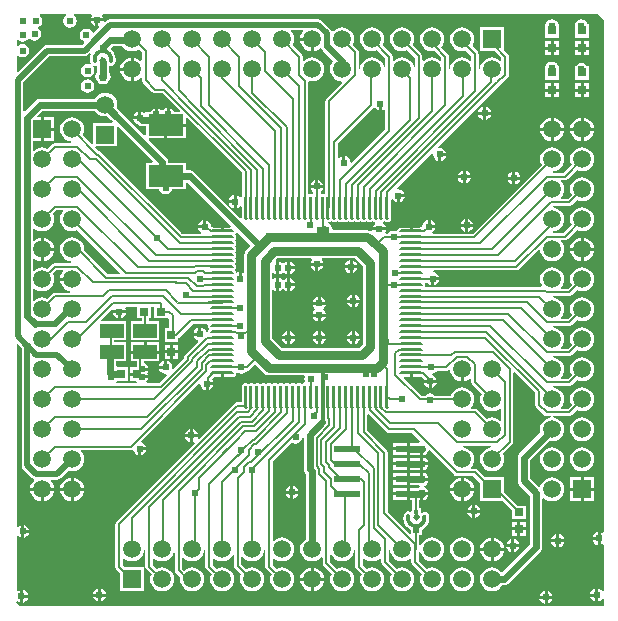
<source format=gtl>
%FSLAX23Y23*%
%MOIN*%
G70*
G01*
G75*
G04 Layer_Physical_Order=1*
G04 Layer_Color=255*
%ADD10C,0.012*%
%ADD11C,0.014*%
%ADD12R,0.118X0.073*%
%ADD13R,0.031X0.031*%
%ADD14R,0.087X0.024*%
%ADD15R,0.087X0.024*%
%ADD16O,0.010X0.080*%
%ADD17O,0.080X0.010*%
%ADD18R,0.079X0.047*%
%ADD19R,0.014X0.014*%
%ADD20R,0.020X0.020*%
%ADD21R,0.030X0.030*%
%ADD22R,0.030X0.030*%
%ADD23C,0.008*%
%ADD24C,0.031*%
%ADD25C,0.024*%
%ADD26C,0.020*%
%ADD27C,0.016*%
%ADD28C,0.059*%
%ADD29R,0.059X0.059*%
%ADD30R,0.059X0.059*%
%ADD31C,0.024*%
%ADD32C,0.030*%
G36*
X2171Y5327D02*
X2165Y5320D01*
X2161Y5310D01*
X2161Y5305D01*
X2200D01*
Y5295D01*
X2161D01*
X2161Y5290D01*
X2165Y5280D01*
X2172Y5272D01*
X2180Y5265D01*
X2190Y5261D01*
X2192Y5261D01*
X2192Y5256D01*
X2144D01*
X2139Y5255D01*
X2138Y5254D01*
X2136Y5253D01*
X2136Y5253D01*
X2118Y5235D01*
X2110Y5239D01*
X2100Y5240D01*
X2090Y5239D01*
X2080Y5235D01*
X2073Y5229D01*
X2069Y5231D01*
Y5269D01*
X2073Y5271D01*
X2080Y5265D01*
X2090Y5261D01*
X2100Y5260D01*
X2110Y5261D01*
X2120Y5265D01*
X2128Y5272D01*
X2135Y5280D01*
X2139Y5290D01*
X2140Y5300D01*
X2139Y5310D01*
X2135Y5318D01*
X2148Y5331D01*
X2169D01*
X2171Y5327D01*
D02*
G37*
G36*
X3233Y5865D02*
X3237Y5865D01*
X3239Y5867D01*
X3244Y5865D01*
Y5800D01*
X3133Y5689D01*
X3128Y5691D01*
X3127Y5697D01*
X3122Y5705D01*
X3115Y5710D01*
X3111Y5710D01*
Y5689D01*
X3101D01*
Y5710D01*
X3098Y5710D01*
X3091Y5705D01*
X3086Y5706D01*
Y5754D01*
X3205Y5873D01*
X3205Y5873D01*
X3205Y5873D01*
X3210D01*
X3213Y5870D01*
X3220Y5865D01*
X3223Y5865D01*
Y5886D01*
X3233D01*
Y5865D01*
D02*
G37*
G36*
X2971Y6127D02*
X2965Y6120D01*
X2961Y6110D01*
X2961Y6105D01*
X3000D01*
Y6100D01*
X3005D01*
Y6061D01*
X3010Y6061D01*
X3020Y6065D01*
X3023Y6068D01*
X3031Y6070D01*
X3031D01*
D01*
D01*
X3036Y6063D01*
X3071Y6028D01*
X3065Y6020D01*
X3061Y6010D01*
X3060Y6000D01*
X3061Y5990D01*
X3065Y5980D01*
X3072Y5972D01*
X3080Y5965D01*
X3090Y5961D01*
X3098Y5960D01*
X3100Y5956D01*
X3047Y5903D01*
X3045Y5899D01*
X3044Y5894D01*
X3044Y5894D01*
Y5588D01*
X3040Y5586D01*
X3035Y5587D01*
X3031Y5586D01*
X3029Y5588D01*
X3029Y5593D01*
X3031Y5595D01*
X3036Y5602D01*
X3037Y5605D01*
X2995D01*
X2995Y5602D01*
X3000Y5595D01*
X3002Y5593D01*
X3002Y5588D01*
X2999Y5586D01*
X2995Y5587D01*
X2991Y5586D01*
X2988Y5589D01*
Y5958D01*
X2991Y5961D01*
X3000Y5960D01*
X3010Y5961D01*
X3020Y5965D01*
X3028Y5972D01*
X3035Y5980D01*
X3039Y5990D01*
X3040Y6000D01*
X3039Y6010D01*
X3035Y6020D01*
X3028Y6028D01*
X3020Y6035D01*
X3010Y6039D01*
X3000Y6040D01*
X2990Y6039D01*
X2980Y6035D01*
X2973Y6029D01*
X2969Y6031D01*
Y6043D01*
X2968Y6048D01*
X2965Y6052D01*
X2965Y6052D01*
X2935Y6082D01*
X2939Y6090D01*
X2940Y6100D01*
X2939Y6110D01*
X2935Y6120D01*
X2929Y6127D01*
X2931Y6131D01*
X2969D01*
X2971Y6127D01*
D02*
G37*
G36*
X2372Y6072D02*
X2380Y6065D01*
X2390Y6061D01*
X2400Y6060D01*
X2410Y6061D01*
X2420Y6065D01*
X2423Y6068D01*
X2433Y6058D01*
Y6030D01*
X2428Y6028D01*
X2420Y6035D01*
X2410Y6039D01*
X2405Y6039D01*
Y6000D01*
Y5961D01*
X2410Y5961D01*
X2420Y5965D01*
X2428Y5972D01*
X2433Y5970D01*
Y5965D01*
X2433Y5965D01*
X2434Y5960D01*
X2436Y5956D01*
X2468Y5925D01*
X2472Y5922D01*
X2476Y5921D01*
X2502D01*
X2560Y5863D01*
X2558Y5858D01*
X2540D01*
X2540Y5859D01*
X2535Y5866D01*
X2528Y5871D01*
X2525Y5872D01*
Y5850D01*
X2515D01*
Y5872D01*
X2511Y5871D01*
X2504Y5866D01*
X2503Y5864D01*
X2497D01*
X2496Y5866D01*
X2489Y5871D01*
X2485Y5872D01*
Y5850D01*
X2475D01*
Y5872D01*
X2472Y5871D01*
X2465Y5866D01*
X2460Y5859D01*
X2460Y5858D01*
X2445D01*
Y5857D01*
X2440Y5855D01*
X2434Y5859D01*
X2430Y5860D01*
Y5839D01*
X2425D01*
Y5834D01*
X2404D01*
X2405Y5830D01*
X2409Y5823D01*
X2417Y5818D01*
X2418Y5818D01*
X2419Y5817D01*
X2419D01*
X2419Y5817D01*
X2419Y5817D01*
Y5817D01*
X2425Y5812D01*
X2433Y5811D01*
X2445D01*
Y5782D01*
X2440Y5780D01*
X2360Y5860D01*
X2360Y5860D01*
X2349Y5872D01*
X2350Y5873D01*
X2351Y5883D01*
X2350Y5894D01*
X2346Y5903D01*
X2339Y5912D01*
X2331Y5918D01*
X2321Y5922D01*
X2311Y5923D01*
X2301Y5922D01*
X2291Y5918D01*
X2283Y5912D01*
X2276Y5903D01*
X2276Y5902D01*
X2092D01*
X2084Y5900D01*
X2078Y5896D01*
X2042Y5860D01*
X2037Y5862D01*
Y5957D01*
X2126Y6045D01*
X2242D01*
X2249Y6046D01*
X2254Y6050D01*
X2259Y6055D01*
X2263Y6052D01*
X2261Y6046D01*
X2259Y6035D01*
X2260Y6025D01*
X2260D01*
X2261Y6025D01*
X2261Y6023D01*
X2262Y6021D01*
X2259Y6017D01*
X2252Y6018D01*
X2243Y6017D01*
X2236Y6012D01*
X2231Y6005D01*
X2230Y5996D01*
X2231Y5988D01*
X2236Y5980D01*
X2243Y5976D01*
X2252Y5974D01*
X2260Y5976D01*
X2268Y5980D01*
X2273Y5988D01*
X2274Y5996D01*
X2273Y6005D01*
X2269Y6010D01*
X2272Y6014D01*
X2275Y6013D01*
X2281Y6015D01*
D01*
Y6015D01*
X2283Y6012D01*
X2283Y6010D01*
Y5991D01*
X2280Y5986D01*
X2278Y5976D01*
X2280Y5967D01*
X2285Y5958D01*
X2293Y5953D01*
X2303Y5951D01*
X2313Y5953D01*
X2321Y5958D01*
X2327Y5967D01*
X2329Y5976D01*
X2327Y5986D01*
X2323Y5991D01*
Y6010D01*
X2327Y6012D01*
X2328Y6013D01*
X2330Y6012D01*
X2335Y6013D01*
X2340Y6017D01*
X2344Y6022D01*
X2344Y6023D01*
X2344Y6023D01*
D01*
X2344Y6023D01*
X2344D01*
X2344Y6023D01*
X2344Y6024D01*
X2345Y6026D01*
X2345Y6026D01*
X2345D01*
X2346Y6035D01*
X2344Y6046D01*
X2340Y6056D01*
X2333Y6065D01*
X2330Y6068D01*
X2330Y6073D01*
X2335Y6078D01*
X2367D01*
X2372Y6072D01*
D02*
G37*
G36*
X3460Y4998D02*
X3461Y4990D01*
X3465Y4980D01*
X3472Y4972D01*
X3480Y4965D01*
X3490Y4961D01*
X3495Y4961D01*
Y5000D01*
X3505D01*
Y4961D01*
X3510Y4961D01*
X3520Y4965D01*
X3527Y4971D01*
X3531Y4969D01*
Y4957D01*
X3531Y4957D01*
X3532Y4952D01*
X3535Y4948D01*
X3565Y4918D01*
X3561Y4910D01*
X3560Y4900D01*
X3561Y4890D01*
X3565Y4880D01*
X3572Y4872D01*
X3580Y4865D01*
X3590Y4861D01*
X3600Y4860D01*
X3610Y4861D01*
X3620Y4865D01*
X3627Y4871D01*
X3631Y4869D01*
Y4831D01*
X3627Y4829D01*
X3620Y4835D01*
X3610Y4839D01*
X3600Y4840D01*
X3590Y4839D01*
X3582Y4835D01*
X3552Y4865D01*
X3548Y4868D01*
X3543Y4869D01*
X3543Y4869D01*
X3531D01*
X3529Y4873D01*
X3535Y4880D01*
X3539Y4890D01*
X3540Y4900D01*
X3539Y4910D01*
X3535Y4920D01*
X3528Y4928D01*
X3520Y4935D01*
X3510Y4939D01*
X3500Y4940D01*
X3490Y4939D01*
X3480Y4935D01*
X3472Y4928D01*
X3465Y4920D01*
X3462Y4912D01*
X3410D01*
X3409Y4913D01*
X3402Y4918D01*
X3394Y4920D01*
X3385Y4918D01*
X3378Y4913D01*
X3377Y4912D01*
X3364D01*
X3306Y4970D01*
X3308Y4974D01*
X3325D01*
Y4988D01*
X3335D01*
Y4974D01*
X3365D01*
X3366Y4975D01*
X3373Y4968D01*
X3372Y4966D01*
X3415D01*
X3414Y4969D01*
X3409Y4976D01*
X3402Y4981D01*
X3401Y4981D01*
Y4986D01*
X3406Y4987D01*
X3413Y4992D01*
X3415Y4995D01*
X3446D01*
X3446Y4995D01*
X3450Y4996D01*
X3454Y4999D01*
X3456Y5000D01*
X3460Y4998D01*
D02*
G37*
G36*
X2796Y5412D02*
X2780Y5397D01*
X2775Y5389D01*
X2773Y5380D01*
Y5326D01*
X2769Y5323D01*
X2768Y5324D01*
X2765Y5324D01*
Y5303D01*
X2755D01*
Y5324D01*
X2751Y5324D01*
X2751Y5324D01*
X2751Y5324D01*
X2748Y5322D01*
D01*
X2747Y5327D01*
X2744Y5331D01*
Y5333D01*
X2747Y5337D01*
X2748Y5342D01*
X2747Y5347D01*
X2744Y5351D01*
Y5352D01*
X2747Y5357D01*
X2748Y5362D01*
X2747Y5367D01*
X2744Y5371D01*
Y5372D01*
X2747Y5376D01*
X2748Y5381D01*
X2747Y5386D01*
X2744Y5391D01*
Y5392D01*
X2747Y5396D01*
X2748Y5401D01*
X2747Y5406D01*
X2744Y5410D01*
Y5411D01*
X2747Y5416D01*
X2748Y5421D01*
X2747Y5426D01*
X2744Y5430D01*
Y5431D01*
X2747Y5435D01*
X2748Y5440D01*
X2747Y5445D01*
X2744Y5450D01*
Y5451D01*
X2747Y5455D01*
X2752Y5456D01*
X2796Y5412D01*
D02*
G37*
G36*
X2171Y5527D02*
X2165Y5520D01*
X2161Y5510D01*
X2160Y5500D01*
X2161Y5490D01*
X2165Y5480D01*
X2172Y5472D01*
X2180Y5465D01*
X2190Y5461D01*
X2200Y5460D01*
X2210Y5461D01*
X2218Y5465D01*
X2360Y5323D01*
X2358Y5318D01*
X2319D01*
X2240Y5397D01*
X2240Y5400D01*
X2239Y5410D01*
X2235Y5420D01*
X2228Y5428D01*
X2220Y5435D01*
X2210Y5439D01*
X2200Y5440D01*
X2190Y5439D01*
X2180Y5435D01*
X2172Y5428D01*
X2165Y5420D01*
X2161Y5410D01*
X2160Y5400D01*
X2161Y5390D01*
X2165Y5380D01*
X2172Y5372D01*
X2180Y5365D01*
X2190Y5361D01*
X2197Y5360D01*
X2197Y5356D01*
X2143D01*
X2139Y5355D01*
X2135Y5352D01*
X2135Y5352D01*
X2118Y5335D01*
X2110Y5339D01*
X2100Y5340D01*
X2090Y5339D01*
X2080Y5335D01*
X2073Y5329D01*
X2069Y5331D01*
Y5369D01*
X2073Y5371D01*
X2080Y5365D01*
X2090Y5361D01*
X2095Y5361D01*
Y5400D01*
Y5439D01*
X2090Y5439D01*
X2080Y5435D01*
X2073Y5429D01*
X2069Y5431D01*
Y5469D01*
X2073Y5471D01*
X2080Y5465D01*
X2090Y5461D01*
X2100Y5460D01*
X2110Y5461D01*
X2120Y5465D01*
X2128Y5472D01*
X2135Y5480D01*
X2139Y5490D01*
X2140Y5500D01*
X2139Y5510D01*
X2135Y5518D01*
X2148Y5531D01*
X2169D01*
X2171Y5527D01*
D02*
G37*
G36*
X2767Y5656D02*
Y5579D01*
X2767Y5579D01*
X2766Y5574D01*
X2763Y5574D01*
X2761Y5574D01*
X2760Y5575D01*
X2753Y5580D01*
X2749Y5580D01*
Y5559D01*
Y5538D01*
X2753Y5539D01*
X2760Y5543D01*
X2761Y5545D01*
X2766Y5543D01*
Y5506D01*
X2761Y5504D01*
X2606Y5659D01*
X2599Y5663D01*
X2592Y5665D01*
X2579D01*
Y5689D01*
X2520D01*
Y5692D01*
X2519Y5699D01*
X2519Y5700D01*
X2514Y5706D01*
X2455Y5765D01*
X2457Y5770D01*
X2507D01*
Y5814D01*
X2512D01*
Y5819D01*
X2579D01*
Y5838D01*
X2583Y5840D01*
X2767Y5656D01*
D02*
G37*
G36*
X2470Y5694D02*
X2468Y5689D01*
X2445D01*
Y5600D01*
X2491D01*
X2491Y5598D01*
X2496Y5591D01*
X2503Y5586D01*
X2512Y5584D01*
X2520Y5586D01*
X2528Y5591D01*
X2532Y5598D01*
X2533Y5600D01*
X2579D01*
Y5623D01*
X2583Y5624D01*
X2730Y5478D01*
X2728Y5473D01*
X2705D01*
Y5460D01*
X2695D01*
Y5473D01*
X2680D01*
X2664Y5476D01*
X2662Y5485D01*
X2657Y5492D01*
X2650Y5497D01*
X2647Y5498D01*
Y5476D01*
X2642D01*
Y5471D01*
X2620D01*
X2621Y5468D01*
X2626Y5461D01*
X2631Y5457D01*
X2630Y5452D01*
X2568D01*
X2296Y5724D01*
X2292Y5727D01*
X2290Y5727D01*
X2278Y5739D01*
X2280Y5744D01*
X2351D01*
Y5807D01*
X2355Y5809D01*
X2470Y5694D01*
D02*
G37*
G36*
X3169Y5344D02*
Y5085D01*
X3155Y5071D01*
X2900D01*
X2867Y5104D01*
Y5265D01*
X2871Y5267D01*
X2877Y5263D01*
X2881Y5262D01*
Y5283D01*
Y5305D01*
X2877Y5304D01*
X2871Y5300D01*
X2867Y5302D01*
Y5320D01*
X2871Y5322D01*
X2877Y5318D01*
X2881Y5317D01*
Y5339D01*
Y5360D01*
X2879Y5364D01*
X2884Y5370D01*
X2997D01*
X2999Y5365D01*
X2995Y5359D01*
X2995Y5355D01*
X3037D01*
X3036Y5359D01*
X3032Y5365D01*
X3034Y5370D01*
X3129D01*
X3129Y5369D01*
X3131D01*
X3131Y5370D01*
X3144D01*
X3169Y5344D01*
D02*
G37*
G36*
X2283Y5855D02*
X2291Y5849D01*
X2301Y5845D01*
X2311Y5844D01*
X2316Y5844D01*
X2329Y5832D01*
X2335Y5828D01*
X2333Y5823D01*
X2271D01*
Y5752D01*
X2267Y5750D01*
X2235Y5782D01*
X2239Y5790D01*
X2240Y5800D01*
X2239Y5810D01*
X2235Y5820D01*
X2228Y5828D01*
X2220Y5835D01*
X2210Y5839D01*
X2200Y5840D01*
X2190Y5839D01*
X2180Y5835D01*
X2172Y5828D01*
X2165Y5820D01*
X2161Y5810D01*
X2160Y5800D01*
X2161Y5790D01*
X2165Y5780D01*
X2172Y5772D01*
X2180Y5765D01*
X2190Y5761D01*
X2197Y5760D01*
X2197Y5756D01*
X2143D01*
X2139Y5755D01*
X2135Y5752D01*
X2135Y5752D01*
X2118Y5735D01*
X2110Y5739D01*
X2100Y5740D01*
X2090Y5739D01*
X2080Y5735D01*
X2073Y5729D01*
X2069Y5731D01*
Y5760D01*
X2095D01*
Y5800D01*
Y5840D01*
X2085D01*
X2083Y5844D01*
X2100Y5862D01*
X2278D01*
X2283Y5855D01*
D02*
G37*
G36*
X2473Y5170D02*
X2519D01*
Y5170D01*
X2520D01*
X2523Y5167D01*
Y5137D01*
X2509D01*
Y5091D01*
X2554D01*
Y5105D01*
X2556Y5106D01*
X2603Y5153D01*
X2650D01*
X2653Y5149D01*
X2652Y5145D01*
X2653Y5140D01*
X2656Y5136D01*
Y5135D01*
X2653Y5130D01*
X2652Y5125D01*
X2649Y5125D01*
X2647Y5127D01*
X2642Y5134D01*
X2634Y5139D01*
X2631Y5139D01*
Y5118D01*
X2626D01*
Y5113D01*
X2605D01*
X2605Y5110D01*
X2610Y5102D01*
X2617Y5098D01*
X2619Y5097D01*
X2620Y5092D01*
X2577Y5049D01*
X2574Y5045D01*
X2573Y5040D01*
X2573Y5040D01*
Y5038D01*
X2538Y5003D01*
X2534Y5006D01*
X2534Y5008D01*
X2532Y5016D01*
X2528Y5024D01*
X2520Y5028D01*
X2517Y5029D01*
Y5008D01*
X2512D01*
Y5003D01*
X2491D01*
X2491Y4999D01*
X2496Y4992D01*
X2503Y4987D01*
X2512Y4986D01*
X2514Y4986D01*
X2516Y4982D01*
X2490Y4956D01*
X2450D01*
X2448Y4960D01*
X2449Y4961D01*
X2454Y4968D01*
X2454Y4971D01*
X2433D01*
Y4981D01*
X2454D01*
X2454Y4985D01*
X2451Y4988D01*
X2454Y4991D01*
X2454Y4995D01*
X2433D01*
Y5005D01*
X2454D01*
X2454Y5009D01*
X2449Y5016D01*
X2442Y5021D01*
X2439Y5021D01*
Y5027D01*
X2491D01*
Y5053D01*
X2397D01*
Y5027D01*
X2415D01*
Y5012D01*
X2413Y5009D01*
X2412Y5007D01*
X2394D01*
Y4989D01*
X2417D01*
Y4979D01*
X2394D01*
Y4961D01*
X2414D01*
X2417Y4957D01*
X2416Y4956D01*
X2347D01*
X2347Y4957D01*
X2350Y4961D01*
X2385D01*
Y5007D01*
X2352D01*
X2351Y5009D01*
X2347Y5015D01*
Y5027D01*
X2381D01*
Y5090D01*
X2341D01*
Y5097D01*
X2381D01*
Y5160D01*
X2297D01*
X2295Y5164D01*
X2333Y5202D01*
X2337Y5199D01*
X2337Y5198D01*
X2380D01*
X2379Y5201D01*
X2377Y5204D01*
X2379Y5208D01*
X2418D01*
Y5170D01*
X2432D01*
Y5160D01*
X2397D01*
Y5097D01*
X2491D01*
Y5160D01*
X2456D01*
Y5170D01*
X2464D01*
Y5208D01*
X2473D01*
Y5170D01*
D02*
G37*
G36*
X3968Y6168D02*
X3972Y6165D01*
Y4459D01*
X3967Y4456D01*
X3965Y4458D01*
X3962Y4458D01*
Y4437D01*
Y4416D01*
X3965Y4416D01*
X3967Y4418D01*
X3972Y4415D01*
Y4262D01*
X3967Y4260D01*
X3965Y4264D01*
X3957Y4269D01*
X3954Y4269D01*
Y4248D01*
Y4227D01*
X3957Y4227D01*
X3965Y4232D01*
X3967Y4236D01*
X3972Y4234D01*
Y4211D01*
X2026D01*
X2014Y4224D01*
X2017Y4227D01*
X2023Y4224D01*
X2026Y4223D01*
Y4244D01*
Y4265D01*
X2023Y4265D01*
X2019Y4262D01*
X2015Y4264D01*
Y4444D01*
X2019Y4445D01*
X2020Y4445D01*
X2027Y4440D01*
X2030Y4439D01*
Y4461D01*
Y4482D01*
X2027Y4481D01*
X2020Y4476D01*
X2019Y4476D01*
X2015Y4477D01*
Y5084D01*
X2019Y5086D01*
X2033Y5073D01*
Y4680D01*
X2034Y4673D01*
X2038Y4667D01*
X2067Y4638D01*
X2073Y4634D01*
D01*
D01*
X2073Y4629D01*
X2072Y4628D01*
X2065Y4620D01*
X2061Y4610D01*
X2061Y4605D01*
X2139D01*
X2139Y4610D01*
X2135Y4620D01*
X2128Y4628D01*
X2130Y4633D01*
X2151D01*
X2158Y4634D01*
X2163Y4638D01*
X2188Y4662D01*
X2190Y4661D01*
X2200Y4660D01*
X2210Y4661D01*
X2220Y4665D01*
X2228Y4672D01*
X2235Y4680D01*
X2239Y4690D01*
X2240Y4700D01*
X2239Y4710D01*
X2235Y4720D01*
X2229Y4727D01*
X2231Y4731D01*
X2396D01*
X2396Y4731D01*
X2400Y4732D01*
X2404Y4730D01*
X2405Y4728D01*
X2409Y4720D01*
X2417Y4716D01*
X2420Y4715D01*
Y4736D01*
X2425D01*
Y4741D01*
X2446D01*
X2446Y4745D01*
X2441Y4752D01*
X2434Y4757D01*
X2432Y4757D01*
X2431Y4762D01*
X2623Y4954D01*
X2627Y4952D01*
X2629Y4944D01*
X2634Y4937D01*
X2641Y4932D01*
X2645Y4932D01*
Y4953D01*
X2650D01*
Y4958D01*
X2671D01*
X2670Y4961D01*
X2666Y4968D01*
X2673Y4974D01*
X2695D01*
Y4988D01*
X2705D01*
Y4974D01*
X2735D01*
X2740Y4975D01*
X2744Y4978D01*
X2747Y4983D01*
X2748Y4987D01*
X2750Y4988D01*
X2753Y4989D01*
X2755Y4987D01*
X2764Y4986D01*
X2772Y4987D01*
X2780Y4992D01*
X2782Y4995D01*
X2783D01*
X2783Y4995D01*
X2787Y4996D01*
X2791Y4999D01*
X2807Y5014D01*
X2812D01*
X2839Y4987D01*
X2847Y4982D01*
X2856Y4980D01*
X2972D01*
X2975Y4976D01*
X2974Y4969D01*
X2976Y4960D01*
X2976Y4960D01*
X2976Y4960D01*
X2976Y4957D01*
X2971Y4956D01*
X2966Y4953D01*
X2965D01*
X2961Y4956D01*
X2956Y4957D01*
X2951Y4956D01*
X2947Y4953D01*
X2946D01*
X2946Y4953D01*
X2941Y4956D01*
X2936Y4957D01*
X2931Y4956D01*
X2927Y4953D01*
X2926D01*
X2922Y4956D01*
X2917Y4957D01*
X2912Y4956D01*
X2907Y4953D01*
X2906D01*
X2902Y4956D01*
X2897Y4957D01*
X2892Y4956D01*
X2888Y4953D01*
X2886D01*
X2882Y4956D01*
X2877Y4957D01*
X2872Y4956D01*
X2868Y4953D01*
X2868Y4953D01*
X2867D01*
X2863Y4956D01*
X2857Y4957D01*
X2852Y4956D01*
X2848Y4953D01*
X2847D01*
X2843Y4956D01*
X2838Y4957D01*
X2833Y4956D01*
X2829Y4953D01*
X2827D01*
X2827Y4953D01*
X2823Y4956D01*
X2818Y4957D01*
X2813Y4956D01*
X2809Y4953D01*
X2808D01*
X2803Y4956D01*
X2798Y4957D01*
X2793Y4956D01*
X2789Y4953D01*
X2789Y4953D01*
X2788D01*
X2784Y4956D01*
X2779Y4957D01*
X2774Y4956D01*
X2769Y4953D01*
X2767Y4949D01*
X2766Y4944D01*
Y4891D01*
X2751D01*
X2746Y4890D01*
X2742Y4887D01*
X2742Y4887D01*
X2623Y4768D01*
X2619Y4771D01*
X2620Y4775D01*
X2603D01*
Y4758D01*
X2607Y4759D01*
X2610Y4755D01*
X2348Y4493D01*
X2345Y4489D01*
X2344Y4485D01*
X2344Y4485D01*
Y4343D01*
X2344Y4343D01*
X2345Y4339D01*
X2348Y4335D01*
X2360Y4322D01*
Y4260D01*
X2440D01*
Y4340D01*
X2378D01*
X2369Y4348D01*
Y4369D01*
X2373Y4371D01*
X2380Y4365D01*
X2390Y4361D01*
X2400Y4360D01*
X2410Y4361D01*
X2420Y4365D01*
X2428Y4372D01*
X2435Y4380D01*
X2439Y4390D01*
X2440Y4397D01*
X2444Y4397D01*
Y4343D01*
X2444Y4343D01*
X2445Y4339D01*
X2448Y4335D01*
X2465Y4318D01*
X2461Y4310D01*
X2460Y4300D01*
X2461Y4290D01*
X2465Y4280D01*
X2472Y4272D01*
X2480Y4265D01*
X2490Y4261D01*
X2500Y4260D01*
X2510Y4261D01*
X2520Y4265D01*
X2528Y4272D01*
X2535Y4280D01*
X2539Y4290D01*
X2540Y4300D01*
X2539Y4310D01*
X2535Y4320D01*
X2528Y4328D01*
X2520Y4335D01*
X2510Y4339D01*
X2500Y4340D01*
X2490Y4339D01*
X2482Y4335D01*
X2469Y4348D01*
Y4369D01*
X2473Y4371D01*
X2480Y4365D01*
X2490Y4361D01*
X2500Y4360D01*
X2510Y4361D01*
X2520Y4365D01*
X2528Y4372D01*
X2535Y4380D01*
X2538Y4389D01*
X2543Y4388D01*
Y4331D01*
X2543Y4331D01*
X2544Y4326D01*
X2547Y4322D01*
X2561Y4308D01*
X2560Y4300D01*
X2561Y4290D01*
X2565Y4280D01*
X2572Y4272D01*
X2580Y4265D01*
X2590Y4261D01*
X2600Y4260D01*
X2610Y4261D01*
X2620Y4265D01*
X2628Y4272D01*
X2635Y4280D01*
X2639Y4290D01*
X2640Y4300D01*
X2639Y4310D01*
X2635Y4320D01*
X2628Y4328D01*
X2620Y4335D01*
X2610Y4339D01*
X2600Y4340D01*
X2590Y4339D01*
X2580Y4335D01*
X2573Y4329D01*
X2567Y4336D01*
Y4370D01*
X2572Y4372D01*
X2580Y4365D01*
X2590Y4361D01*
X2600Y4360D01*
X2610Y4361D01*
X2620Y4365D01*
X2628Y4372D01*
X2635Y4380D01*
X2639Y4390D01*
X2640Y4397D01*
X2644Y4397D01*
Y4343D01*
X2644Y4343D01*
X2645Y4339D01*
X2648Y4335D01*
X2665Y4318D01*
X2661Y4310D01*
X2660Y4300D01*
X2661Y4290D01*
X2665Y4280D01*
X2672Y4272D01*
X2680Y4265D01*
X2690Y4261D01*
X2700Y4260D01*
X2710Y4261D01*
X2720Y4265D01*
X2728Y4272D01*
X2735Y4280D01*
X2739Y4290D01*
X2740Y4300D01*
X2739Y4310D01*
X2735Y4320D01*
X2728Y4328D01*
X2720Y4335D01*
X2710Y4339D01*
X2700Y4340D01*
X2690Y4339D01*
X2682Y4335D01*
X2669Y4348D01*
Y4369D01*
X2673Y4371D01*
X2680Y4365D01*
X2690Y4361D01*
X2700Y4360D01*
X2710Y4361D01*
X2720Y4365D01*
X2728Y4372D01*
X2735Y4380D01*
X2735Y4381D01*
X2740Y4380D01*
Y4346D01*
X2740Y4346D01*
X2741Y4342D01*
X2743Y4338D01*
X2764Y4317D01*
X2761Y4310D01*
X2760Y4300D01*
X2761Y4290D01*
X2765Y4280D01*
X2772Y4272D01*
X2780Y4265D01*
X2790Y4261D01*
X2800Y4260D01*
X2810Y4261D01*
X2820Y4265D01*
X2828Y4272D01*
X2835Y4280D01*
X2839Y4290D01*
X2840Y4300D01*
X2839Y4310D01*
X2835Y4320D01*
X2828Y4328D01*
X2820Y4335D01*
X2810Y4339D01*
X2800Y4340D01*
X2790Y4339D01*
X2781Y4335D01*
X2764Y4351D01*
Y4374D01*
X2769Y4376D01*
X2772Y4372D01*
X2780Y4365D01*
X2790Y4361D01*
X2800Y4360D01*
X2810Y4361D01*
X2820Y4365D01*
X2828Y4372D01*
X2835Y4380D01*
X2839Y4390D01*
X2840Y4397D01*
X2844Y4397D01*
Y4343D01*
X2844Y4343D01*
X2845Y4339D01*
X2848Y4335D01*
X2865Y4318D01*
X2861Y4310D01*
X2860Y4300D01*
X2861Y4290D01*
X2865Y4280D01*
X2872Y4272D01*
X2880Y4265D01*
X2890Y4261D01*
X2900Y4260D01*
X2910Y4261D01*
X2920Y4265D01*
X2928Y4272D01*
X2935Y4280D01*
X2939Y4290D01*
X2940Y4300D01*
X2939Y4310D01*
X2935Y4320D01*
X2928Y4328D01*
X2920Y4335D01*
X2910Y4339D01*
X2900Y4340D01*
X2890Y4339D01*
X2882Y4335D01*
X2869Y4348D01*
Y4369D01*
X2873Y4371D01*
X2880Y4365D01*
X2890Y4361D01*
X2900Y4360D01*
X2910Y4361D01*
X2920Y4365D01*
X2928Y4372D01*
X2935Y4380D01*
X2939Y4390D01*
X2940Y4400D01*
X2939Y4410D01*
X2935Y4420D01*
X2928Y4428D01*
X2920Y4435D01*
X2910Y4439D01*
X2900Y4440D01*
X2890Y4439D01*
X2880Y4435D01*
X2873Y4429D01*
X2869Y4431D01*
Y4694D01*
X2932Y4758D01*
X2936Y4755D01*
X2945Y4753D01*
X2953Y4755D01*
X2961Y4760D01*
X2965Y4767D01*
X2967Y4773D01*
X2972Y4773D01*
Y4668D01*
X2972Y4668D01*
X2972D01*
X2973Y4660D01*
X2977Y4654D01*
X2980Y4651D01*
Y4434D01*
X2972Y4428D01*
X2965Y4420D01*
X2961Y4410D01*
X2960Y4400D01*
X2961Y4390D01*
X2965Y4380D01*
X2972Y4372D01*
X2980Y4365D01*
X2990Y4361D01*
X3000Y4360D01*
X3010Y4361D01*
X3020Y4365D01*
X3028Y4372D01*
X3030Y4374D01*
X3035Y4373D01*
Y4354D01*
X3035Y4354D01*
X3036Y4349D01*
X3038Y4345D01*
X3065Y4319D01*
X3061Y4310D01*
X3060Y4300D01*
X3061Y4290D01*
X3065Y4280D01*
X3072Y4272D01*
X3080Y4265D01*
X3090Y4261D01*
X3100Y4260D01*
X3110Y4261D01*
X3120Y4265D01*
X3128Y4272D01*
X3135Y4280D01*
X3139Y4290D01*
X3140Y4300D01*
X3139Y4310D01*
X3135Y4320D01*
X3128Y4328D01*
X3120Y4335D01*
X3110Y4339D01*
X3100Y4340D01*
X3090Y4339D01*
X3082Y4335D01*
X3059Y4359D01*
Y4383D01*
X3064Y4384D01*
X3065Y4380D01*
X3072Y4372D01*
X3080Y4365D01*
X3090Y4361D01*
X3100Y4360D01*
X3110Y4361D01*
X3120Y4365D01*
X3128Y4372D01*
X3135Y4380D01*
X3139Y4390D01*
X3140Y4397D01*
X3144Y4397D01*
Y4343D01*
X3144Y4343D01*
X3145Y4339D01*
X3148Y4335D01*
X3165Y4318D01*
X3161Y4310D01*
X3160Y4300D01*
X3161Y4290D01*
X3165Y4280D01*
X3172Y4272D01*
X3180Y4265D01*
X3190Y4261D01*
X3200Y4260D01*
X3210Y4261D01*
X3220Y4265D01*
X3228Y4272D01*
X3235Y4280D01*
X3239Y4290D01*
X3240Y4300D01*
X3239Y4310D01*
X3235Y4320D01*
X3228Y4328D01*
X3220Y4335D01*
X3210Y4339D01*
X3200Y4340D01*
X3190Y4339D01*
X3182Y4335D01*
X3169Y4348D01*
Y4369D01*
X3173Y4371D01*
X3180Y4365D01*
X3190Y4361D01*
X3200Y4360D01*
X3210Y4361D01*
X3220Y4365D01*
X3227Y4371D01*
X3231Y4369D01*
Y4357D01*
X3231Y4357D01*
X3232Y4352D01*
X3235Y4348D01*
X3265Y4318D01*
X3261Y4310D01*
X3260Y4300D01*
X3261Y4290D01*
X3265Y4280D01*
X3272Y4272D01*
X3280Y4265D01*
X3290Y4261D01*
X3300Y4260D01*
X3310Y4261D01*
X3320Y4265D01*
X3328Y4272D01*
X3335Y4280D01*
X3339Y4290D01*
X3340Y4300D01*
X3339Y4310D01*
X3335Y4320D01*
X3328Y4328D01*
X3320Y4335D01*
X3310Y4339D01*
X3300Y4340D01*
X3290Y4339D01*
X3282Y4335D01*
X3256Y4362D01*
Y4397D01*
X3260Y4397D01*
X3261Y4390D01*
X3265Y4380D01*
X3272Y4372D01*
X3280Y4365D01*
X3290Y4361D01*
X3300Y4360D01*
X3310Y4361D01*
X3320Y4365D01*
X3327Y4371D01*
X3331Y4369D01*
Y4357D01*
X3331Y4357D01*
X3332Y4352D01*
X3335Y4348D01*
X3365Y4318D01*
X3361Y4310D01*
X3360Y4300D01*
X3361Y4290D01*
X3365Y4280D01*
X3372Y4272D01*
X3380Y4265D01*
X3390Y4261D01*
X3400Y4260D01*
X3410Y4261D01*
X3420Y4265D01*
X3428Y4272D01*
X3435Y4280D01*
X3439Y4290D01*
X3440Y4300D01*
X3439Y4310D01*
X3435Y4320D01*
X3428Y4328D01*
X3420Y4335D01*
X3410Y4339D01*
X3400Y4340D01*
X3390Y4339D01*
X3382Y4335D01*
X3356Y4362D01*
Y4391D01*
X3359Y4394D01*
X3361Y4394D01*
X3361Y4390D01*
X3365Y4380D01*
X3372Y4372D01*
X3380Y4365D01*
X3390Y4361D01*
X3400Y4360D01*
X3410Y4361D01*
X3420Y4365D01*
X3428Y4372D01*
X3435Y4380D01*
X3439Y4390D01*
X3440Y4400D01*
X3439Y4410D01*
X3435Y4420D01*
X3428Y4428D01*
X3420Y4435D01*
X3410Y4439D01*
X3400Y4440D01*
X3390Y4439D01*
X3380Y4435D01*
X3372Y4428D01*
X3365Y4420D01*
X3363Y4415D01*
X3358Y4416D01*
Y4449D01*
X3365D01*
Y4466D01*
X3369Y4467D01*
X3378Y4474D01*
X3385Y4483D01*
X3389Y4493D01*
X3390Y4505D01*
X3389Y4514D01*
X3389D01*
X3389Y4514D01*
X3389Y4517D01*
X3385Y4522D01*
X3380Y4525D01*
X3375Y4526D01*
X3369Y4525D01*
X3367Y4523D01*
X3362Y4526D01*
Y4539D01*
X3358D01*
Y4565D01*
X3361D01*
Y4587D01*
X3366D01*
Y4592D01*
X3387D01*
X3387Y4595D01*
X3382Y4602D01*
X3375Y4607D01*
X3372Y4608D01*
Y4613D01*
X3375Y4613D01*
X3382Y4618D01*
X3387Y4625D01*
X3387Y4629D01*
X3366D01*
Y4634D01*
X3361D01*
Y4655D01*
X3361Y4655D01*
X3327D01*
Y4635D01*
Y4615D01*
X3355D01*
X3358Y4613D01*
X3361Y4613D01*
Y4608D01*
X3358Y4607D01*
X3355Y4605D01*
X3327D01*
Y4585D01*
Y4565D01*
X3334D01*
Y4539D01*
X3333D01*
Y4527D01*
X3328Y4524D01*
X3326Y4526D01*
X3320Y4527D01*
X3314Y4526D01*
X3309Y4523D01*
X3306Y4518D01*
X3306Y4516D01*
X3305Y4516D01*
D01*
X3305Y4516D01*
X3305D01*
X3305Y4516D01*
X3305Y4516D01*
X3305Y4513D01*
X3305Y4513D01*
X3305D01*
X3304Y4505D01*
X3305Y4493D01*
X3310Y4483D01*
X3316Y4474D01*
X3325Y4467D01*
X3330Y4465D01*
Y4455D01*
X3325Y4453D01*
X3252Y4526D01*
Y4722D01*
X3251Y4727D01*
X3250Y4728D01*
X3249Y4731D01*
X3249Y4731D01*
X3184Y4795D01*
Y4849D01*
X3189Y4851D01*
X3248Y4791D01*
X3248Y4791D01*
X3252Y4789D01*
X3252Y4789D01*
X3252Y4789D01*
D01*
X3252Y4789D01*
X3252Y4789D01*
X3257Y4788D01*
X3257Y4788D01*
X3334D01*
X3360Y4762D01*
X3359Y4757D01*
X3358Y4757D01*
X3355Y4755D01*
X3327D01*
Y4735D01*
Y4715D01*
X3361D01*
Y4736D01*
X3371D01*
Y4715D01*
X3373Y4715D01*
X3374D01*
Y4715D01*
X3375Y4716D01*
X3382Y4720D01*
X3387Y4728D01*
X3387Y4728D01*
X3392Y4730D01*
X3473Y4648D01*
X3477Y4645D01*
X3482Y4644D01*
X3497D01*
X3497Y4644D01*
X3503D01*
X3503Y4644D01*
X3538D01*
X3560Y4622D01*
Y4560D01*
X3635D01*
X3666Y4529D01*
Y4501D01*
X3712D01*
Y4546D01*
X3683D01*
X3640Y4590D01*
Y4640D01*
X3578D01*
X3552Y4665D01*
X3548Y4668D01*
X3543Y4669D01*
X3543Y4669D01*
X3531D01*
X3529Y4673D01*
X3535Y4680D01*
X3539Y4690D01*
X3540Y4700D01*
X3539Y4710D01*
X3535Y4720D01*
X3528Y4728D01*
X3520Y4735D01*
X3510Y4739D01*
X3503Y4740D01*
X3503Y4744D01*
X3597D01*
X3597Y4740D01*
X3590Y4739D01*
X3580Y4735D01*
X3572Y4728D01*
X3565Y4720D01*
X3561Y4710D01*
X3560Y4700D01*
X3561Y4690D01*
X3565Y4680D01*
X3572Y4672D01*
X3580Y4665D01*
X3590Y4661D01*
X3600Y4660D01*
X3610Y4661D01*
X3620Y4665D01*
X3628Y4672D01*
X3635Y4680D01*
X3639Y4690D01*
X3640Y4700D01*
X3639Y4710D01*
X3635Y4718D01*
X3668Y4751D01*
X3668Y4751D01*
X3670Y4755D01*
X3671Y4759D01*
X3671Y4759D01*
Y4989D01*
X3676Y4991D01*
X3744Y4922D01*
Y4882D01*
X3744Y4882D01*
X3745Y4877D01*
X3748Y4873D01*
X3773Y4848D01*
X3777Y4845D01*
X3782Y4844D01*
X3782Y4844D01*
X3797D01*
X3797Y4840D01*
X3790Y4839D01*
X3780Y4835D01*
X3772Y4828D01*
X3765Y4820D01*
X3761Y4810D01*
X3760Y4800D01*
X3761Y4790D01*
X3691Y4719D01*
X3686Y4712D01*
X3685Y4705D01*
Y4630D01*
X3685Y4630D01*
X3685D01*
X3686Y4622D01*
X3691Y4616D01*
X3728Y4578D01*
Y4418D01*
X3635Y4325D01*
X3630Y4325D01*
X3628Y4328D01*
X3620Y4335D01*
X3610Y4339D01*
X3600Y4340D01*
X3590Y4339D01*
X3580Y4335D01*
X3572Y4328D01*
X3565Y4320D01*
X3561Y4310D01*
X3560Y4300D01*
X3561Y4290D01*
X3565Y4280D01*
X3572Y4272D01*
X3580Y4265D01*
X3590Y4261D01*
X3600Y4260D01*
X3610Y4261D01*
X3620Y4265D01*
X3628Y4272D01*
X3634Y4280D01*
X3639D01*
X3646Y4281D01*
X3653Y4286D01*
X3762Y4395D01*
X3767Y4402D01*
X3768Y4409D01*
X3768Y4409D01*
X3768Y4409D01*
Y4409D01*
Y4569D01*
X3773Y4571D01*
X3780Y4565D01*
X3790Y4561D01*
X3800Y4560D01*
X3810Y4561D01*
X3820Y4565D01*
X3828Y4572D01*
X3835Y4580D01*
X3839Y4590D01*
X3840Y4600D01*
X3839Y4610D01*
X3835Y4620D01*
X3828Y4628D01*
X3820Y4635D01*
X3810Y4639D01*
X3800Y4640D01*
X3790Y4639D01*
X3780Y4635D01*
X3772Y4628D01*
X3765Y4620D01*
X3761Y4610D01*
X3761Y4608D01*
X3756Y4607D01*
X3725Y4638D01*
Y4696D01*
X3790Y4761D01*
X3800Y4760D01*
X3810Y4761D01*
X3820Y4765D01*
X3828Y4772D01*
X3835Y4780D01*
X3839Y4790D01*
X3840Y4800D01*
X3839Y4810D01*
X3835Y4820D01*
X3828Y4828D01*
X3820Y4835D01*
X3810Y4839D01*
X3803Y4840D01*
X3803Y4844D01*
X3857D01*
X3857Y4844D01*
X3861Y4845D01*
X3865Y4848D01*
X3882Y4865D01*
X3890Y4861D01*
X3900Y4860D01*
X3910Y4861D01*
X3920Y4865D01*
X3928Y4872D01*
X3935Y4880D01*
X3939Y4890D01*
X3940Y4900D01*
X3939Y4910D01*
X3935Y4920D01*
X3928Y4928D01*
X3920Y4935D01*
X3910Y4939D01*
X3900Y4940D01*
X3890Y4939D01*
X3880Y4935D01*
X3872Y4928D01*
X3865Y4920D01*
X3861Y4910D01*
X3860Y4900D01*
X3861Y4890D01*
X3865Y4882D01*
X3852Y4869D01*
X3831D01*
X3829Y4873D01*
X3835Y4880D01*
X3839Y4890D01*
X3840Y4900D01*
X3839Y4910D01*
X3835Y4920D01*
X3828Y4928D01*
X3820Y4935D01*
X3810Y4939D01*
X3803Y4940D01*
X3803Y4944D01*
X3857D01*
X3857Y4944D01*
X3861Y4945D01*
X3865Y4948D01*
X3882Y4965D01*
X3890Y4961D01*
X3900Y4960D01*
X3910Y4961D01*
X3920Y4965D01*
X3928Y4972D01*
X3935Y4980D01*
X3939Y4990D01*
X3940Y5000D01*
X3939Y5010D01*
X3935Y5020D01*
X3928Y5028D01*
X3920Y5035D01*
X3910Y5039D01*
X3900Y5040D01*
X3890Y5039D01*
X3880Y5035D01*
X3872Y5028D01*
X3865Y5020D01*
X3861Y5010D01*
X3860Y5000D01*
X3861Y4990D01*
X3865Y4982D01*
X3852Y4969D01*
X3831D01*
X3829Y4973D01*
X3835Y4980D01*
X3839Y4990D01*
X3840Y5000D01*
X3839Y5010D01*
X3835Y5020D01*
X3828Y5028D01*
X3820Y5035D01*
X3810Y5039D01*
X3803Y5040D01*
X3803Y5044D01*
X3857D01*
X3857Y5044D01*
X3861Y5045D01*
X3865Y5048D01*
X3882Y5065D01*
X3890Y5061D01*
X3900Y5060D01*
X3910Y5061D01*
X3920Y5065D01*
X3928Y5072D01*
X3935Y5080D01*
X3939Y5090D01*
X3940Y5100D01*
X3939Y5110D01*
X3935Y5120D01*
X3928Y5128D01*
X3920Y5135D01*
X3910Y5139D01*
X3900Y5140D01*
X3890Y5139D01*
X3880Y5135D01*
X3872Y5128D01*
X3865Y5120D01*
X3861Y5110D01*
X3860Y5100D01*
X3861Y5090D01*
X3865Y5082D01*
X3852Y5069D01*
X3831D01*
X3829Y5073D01*
X3835Y5080D01*
X3839Y5090D01*
X3840Y5100D01*
X3839Y5110D01*
X3835Y5120D01*
X3828Y5128D01*
X3820Y5135D01*
X3810Y5139D01*
X3803Y5140D01*
X3803Y5144D01*
X3857D01*
X3857Y5144D01*
X3861Y5145D01*
X3865Y5148D01*
X3882Y5165D01*
X3890Y5161D01*
X3900Y5160D01*
X3910Y5161D01*
X3920Y5165D01*
X3928Y5172D01*
X3935Y5180D01*
X3939Y5190D01*
X3940Y5200D01*
X3939Y5210D01*
X3935Y5220D01*
X3928Y5228D01*
X3920Y5235D01*
X3910Y5239D01*
X3900Y5240D01*
X3890Y5239D01*
X3880Y5235D01*
X3872Y5228D01*
X3865Y5220D01*
X3861Y5210D01*
X3860Y5200D01*
X3861Y5190D01*
X3865Y5182D01*
X3852Y5169D01*
X3831D01*
X3829Y5173D01*
X3835Y5180D01*
X3839Y5190D01*
X3840Y5200D01*
X3839Y5210D01*
X3835Y5220D01*
X3828Y5228D01*
X3820Y5235D01*
X3810Y5239D01*
X3803Y5240D01*
X3803Y5244D01*
X3857D01*
X3857Y5244D01*
X3861Y5245D01*
X3865Y5248D01*
X3882Y5265D01*
X3890Y5261D01*
X3900Y5260D01*
X3910Y5261D01*
X3920Y5265D01*
X3928Y5272D01*
X3935Y5280D01*
X3939Y5290D01*
X3940Y5300D01*
X3939Y5310D01*
X3935Y5320D01*
X3928Y5328D01*
X3920Y5335D01*
X3910Y5339D01*
X3900Y5340D01*
X3890Y5339D01*
X3880Y5335D01*
X3872Y5328D01*
X3865Y5320D01*
X3861Y5310D01*
X3860Y5300D01*
X3861Y5290D01*
X3865Y5282D01*
X3852Y5269D01*
X3831D01*
X3829Y5273D01*
X3835Y5280D01*
X3839Y5290D01*
X3840Y5300D01*
X3839Y5310D01*
X3835Y5320D01*
X3828Y5328D01*
X3820Y5335D01*
X3810Y5339D01*
X3800Y5340D01*
X3790Y5339D01*
X3780Y5335D01*
X3772Y5328D01*
X3765Y5320D01*
X3761Y5310D01*
X3760Y5300D01*
X3761Y5290D01*
X3765Y5280D01*
X3766Y5280D01*
X3764Y5275D01*
X3380D01*
X3377Y5279D01*
X3378Y5283D01*
X3377Y5287D01*
X3380Y5289D01*
X3385Y5289D01*
X3386Y5287D01*
X3393Y5283D01*
X3397Y5282D01*
Y5303D01*
X3402D01*
Y5308D01*
X3423D01*
X3422Y5312D01*
X3417Y5319D01*
X3410Y5324D01*
X3404Y5325D01*
X3405Y5330D01*
X3680D01*
X3680Y5330D01*
X3685Y5331D01*
X3689Y5333D01*
X3756Y5400D01*
X3760Y5398D01*
X3761Y5390D01*
X3765Y5380D01*
X3772Y5372D01*
X3780Y5365D01*
X3790Y5361D01*
X3800Y5360D01*
X3810Y5361D01*
X3820Y5365D01*
X3828Y5372D01*
X3835Y5380D01*
X3839Y5390D01*
X3840Y5400D01*
X3839Y5410D01*
X3835Y5420D01*
X3829Y5427D01*
X3831Y5431D01*
X3843D01*
X3843Y5431D01*
X3848Y5432D01*
X3852Y5435D01*
X3882Y5465D01*
X3890Y5461D01*
X3900Y5460D01*
X3910Y5461D01*
X3920Y5465D01*
X3928Y5472D01*
X3935Y5480D01*
X3939Y5490D01*
X3940Y5500D01*
X3939Y5510D01*
X3935Y5520D01*
X3928Y5528D01*
X3920Y5535D01*
X3910Y5539D01*
X3900Y5540D01*
X3890Y5539D01*
X3880Y5535D01*
X3872Y5528D01*
X3865Y5520D01*
X3861Y5510D01*
X3860Y5500D01*
X3861Y5490D01*
X3865Y5482D01*
X3838Y5456D01*
X3803D01*
X3803Y5460D01*
X3810Y5461D01*
X3820Y5465D01*
X3828Y5472D01*
X3835Y5480D01*
X3839Y5490D01*
X3840Y5500D01*
X3839Y5510D01*
X3835Y5520D01*
X3828Y5528D01*
X3820Y5535D01*
X3810Y5539D01*
X3803Y5540D01*
X3803Y5544D01*
X3857D01*
X3857Y5544D01*
X3861Y5545D01*
X3865Y5548D01*
X3882Y5565D01*
X3890Y5561D01*
X3900Y5560D01*
X3910Y5561D01*
X3920Y5565D01*
X3928Y5572D01*
X3935Y5580D01*
X3939Y5590D01*
X3940Y5600D01*
X3939Y5610D01*
X3935Y5620D01*
X3928Y5628D01*
X3920Y5635D01*
X3910Y5639D01*
X3900Y5640D01*
X3890Y5639D01*
X3880Y5635D01*
X3872Y5628D01*
X3865Y5620D01*
X3861Y5610D01*
X3860Y5600D01*
X3861Y5590D01*
X3865Y5582D01*
X3852Y5569D01*
X3831D01*
X3829Y5573D01*
X3835Y5580D01*
X3839Y5590D01*
X3840Y5600D01*
X3839Y5610D01*
X3835Y5620D01*
X3829Y5627D01*
X3831Y5631D01*
X3843D01*
X3843Y5631D01*
X3848Y5632D01*
X3852Y5635D01*
X3882Y5665D01*
X3890Y5661D01*
X3900Y5660D01*
X3910Y5661D01*
X3920Y5665D01*
X3928Y5672D01*
X3935Y5680D01*
X3939Y5690D01*
X3940Y5700D01*
X3939Y5710D01*
X3935Y5720D01*
X3928Y5728D01*
X3920Y5735D01*
X3910Y5739D01*
X3900Y5740D01*
X3890Y5739D01*
X3880Y5735D01*
X3872Y5728D01*
X3865Y5720D01*
X3861Y5710D01*
X3860Y5700D01*
X3861Y5690D01*
X3865Y5682D01*
X3838Y5656D01*
X3803D01*
X3803Y5660D01*
X3810Y5661D01*
X3820Y5665D01*
X3828Y5672D01*
X3835Y5680D01*
X3839Y5690D01*
X3840Y5700D01*
X3839Y5710D01*
X3835Y5720D01*
X3828Y5728D01*
X3820Y5735D01*
X3810Y5739D01*
X3800Y5740D01*
X3790Y5739D01*
X3780Y5735D01*
X3772Y5728D01*
X3765Y5720D01*
X3761Y5710D01*
X3760Y5700D01*
X3761Y5690D01*
X3765Y5682D01*
X3535Y5452D01*
X3402D01*
X3400Y5457D01*
X3405Y5461D01*
X3410Y5468D01*
X3411Y5471D01*
X3390D01*
Y5476D01*
X3385D01*
Y5498D01*
X3381Y5497D01*
X3374Y5492D01*
X3369Y5485D01*
X3368Y5476D01*
X3351Y5473D01*
X3335D01*
Y5460D01*
X3325D01*
Y5473D01*
X3295D01*
X3290Y5472D01*
X3286Y5469D01*
X3283Y5465D01*
X3282Y5462D01*
X3280Y5461D01*
X3272Y5463D01*
X3263Y5461D01*
X3256Y5457D01*
X3253Y5452D01*
X3245D01*
X3243Y5457D01*
X3245Y5460D01*
X3246Y5464D01*
X3201D01*
X3199Y5461D01*
X3193Y5463D01*
X3192Y5463D01*
X3183Y5465D01*
X3069D01*
X3068Y5473D01*
X3063Y5480D01*
X3056Y5485D01*
X3055Y5485D01*
X3053Y5490D01*
X3053Y5491D01*
X3054Y5491D01*
X3059Y5492D01*
X3064Y5494D01*
X3065D01*
X3069Y5492D01*
X3074Y5491D01*
X3079Y5492D01*
X3083Y5494D01*
X3084D01*
X3089Y5492D01*
X3094Y5491D01*
X3099Y5492D01*
X3103Y5494D01*
X3104D01*
X3108Y5492D01*
X3113Y5491D01*
X3118Y5492D01*
X3123Y5494D01*
X3124D01*
X3128Y5492D01*
X3133Y5491D01*
X3138Y5492D01*
X3142Y5494D01*
X3143D01*
X3148Y5492D01*
X3153Y5491D01*
X3158Y5492D01*
X3162Y5494D01*
X3163D01*
X3167Y5492D01*
X3172Y5491D01*
X3177Y5492D01*
X3182Y5494D01*
X3183D01*
X3187Y5492D01*
X3192Y5491D01*
X3197Y5492D01*
X3201Y5494D01*
X3203D01*
X3207Y5492D01*
X3210Y5491D01*
X3211Y5486D01*
X3209Y5484D01*
X3204Y5477D01*
X3203Y5474D01*
X3246D01*
X3245Y5477D01*
X3240Y5484D01*
X3238Y5486D01*
X3237Y5491D01*
Y5492D01*
X3241Y5494D01*
X3242D01*
X3246Y5492D01*
X3251Y5491D01*
X3256Y5492D01*
X3260Y5494D01*
X3263Y5499D01*
X3264Y5504D01*
Y5565D01*
X3269Y5567D01*
X3272Y5563D01*
X3279Y5558D01*
X3282Y5557D01*
Y5579D01*
X3287D01*
Y5584D01*
X3309D01*
X3308Y5587D01*
X3303Y5594D01*
X3296Y5599D01*
X3287Y5601D01*
X3286Y5601D01*
X3284Y5605D01*
X3399Y5720D01*
X3403Y5718D01*
X3403Y5717D01*
X3405Y5708D01*
X3409Y5701D01*
X3417Y5696D01*
X3420Y5695D01*
Y5717D01*
X3425D01*
Y5722D01*
X3446D01*
X3446Y5725D01*
X3441Y5732D01*
X3434Y5737D01*
X3425Y5739D01*
X3424Y5738D01*
X3421Y5743D01*
X3626Y5948D01*
X3627Y5948D01*
X3652Y5973D01*
X3655Y5977D01*
X3656Y5982D01*
X3656Y5982D01*
Y6018D01*
X3656Y6018D01*
X3656Y6018D01*
Y6018D01*
Y6043D01*
X3655Y6048D01*
X3652Y6052D01*
X3640Y6064D01*
Y6140D01*
X3560D01*
Y6060D01*
X3609D01*
X3631Y6038D01*
Y6031D01*
X3627Y6029D01*
X3620Y6035D01*
X3610Y6039D01*
X3600Y6040D01*
X3590Y6039D01*
X3580Y6035D01*
X3572Y6028D01*
X3565Y6020D01*
X3561Y6010D01*
X3560Y6003D01*
X3556Y6003D01*
Y6018D01*
X3556Y6018D01*
X3556Y6018D01*
Y6018D01*
X3556D01*
X3556Y6018D01*
X3555Y6019D01*
Y6051D01*
X3555Y6051D01*
X3554Y6056D01*
X3552Y6060D01*
X3552Y6060D01*
X3533Y6078D01*
X3535Y6080D01*
X3539Y6090D01*
X3540Y6100D01*
X3539Y6110D01*
X3535Y6120D01*
X3528Y6128D01*
X3520Y6135D01*
X3510Y6139D01*
X3500Y6140D01*
X3490Y6139D01*
X3480Y6135D01*
X3472Y6128D01*
X3465Y6120D01*
X3461Y6110D01*
X3460Y6100D01*
X3461Y6090D01*
X3465Y6080D01*
X3472Y6072D01*
X3480Y6065D01*
X3490Y6061D01*
X3500Y6060D01*
X3510Y6061D01*
X3514Y6063D01*
X3531Y6046D01*
Y6031D01*
X3527Y6029D01*
X3520Y6035D01*
X3510Y6039D01*
X3500Y6040D01*
X3490Y6039D01*
X3480Y6035D01*
X3472Y6028D01*
X3465Y6020D01*
X3461Y6010D01*
X3460Y6003D01*
X3456Y6003D01*
Y6043D01*
X3455Y6048D01*
X3452Y6052D01*
X3430Y6074D01*
X3435Y6080D01*
X3439Y6090D01*
X3440Y6100D01*
X3439Y6110D01*
X3435Y6120D01*
X3428Y6128D01*
X3420Y6135D01*
X3410Y6139D01*
X3400Y6140D01*
X3390Y6139D01*
X3380Y6135D01*
X3372Y6128D01*
X3365Y6120D01*
X3361Y6110D01*
X3360Y6100D01*
X3361Y6090D01*
X3365Y6080D01*
X3372Y6072D01*
X3380Y6065D01*
X3390Y6061D01*
X3400Y6060D01*
X3409Y6061D01*
X3431Y6038D01*
Y6031D01*
X3427Y6029D01*
X3420Y6035D01*
X3410Y6039D01*
X3400Y6040D01*
X3390Y6039D01*
X3380Y6035D01*
X3372Y6029D01*
X3368Y6031D01*
Y6044D01*
X3368Y6044D01*
X3367Y6049D01*
X3364Y6053D01*
X3364Y6053D01*
X3335Y6082D01*
X3339Y6090D01*
X3340Y6100D01*
X3339Y6110D01*
X3335Y6120D01*
X3328Y6128D01*
X3320Y6135D01*
X3310Y6139D01*
X3300Y6140D01*
X3290Y6139D01*
X3280Y6135D01*
X3272Y6128D01*
X3265Y6120D01*
X3261Y6110D01*
X3260Y6100D01*
X3261Y6090D01*
X3265Y6080D01*
X3272Y6072D01*
X3280Y6065D01*
X3290Y6061D01*
X3300Y6060D01*
X3310Y6061D01*
X3318Y6065D01*
X3344Y6039D01*
Y6009D01*
X3339Y6009D01*
X3339Y6010D01*
X3335Y6020D01*
X3328Y6028D01*
X3320Y6035D01*
X3310Y6039D01*
X3300Y6040D01*
X3290Y6039D01*
X3280Y6035D01*
X3273Y6029D01*
X3269Y6031D01*
Y6043D01*
X3268Y6048D01*
X3265Y6052D01*
X3265Y6052D01*
X3235Y6082D01*
X3239Y6090D01*
X3240Y6100D01*
X3239Y6110D01*
X3235Y6120D01*
X3228Y6128D01*
X3220Y6135D01*
X3210Y6139D01*
X3200Y6140D01*
X3190Y6139D01*
X3180Y6135D01*
X3172Y6128D01*
X3165Y6120D01*
X3161Y6110D01*
X3160Y6100D01*
X3161Y6090D01*
X3165Y6080D01*
X3172Y6072D01*
X3180Y6065D01*
X3190Y6061D01*
X3200Y6060D01*
X3210Y6061D01*
X3218Y6065D01*
X3244Y6038D01*
Y6023D01*
X3244Y6020D01*
Y6008D01*
X3239Y6008D01*
X3239Y6010D01*
X3235Y6020D01*
X3228Y6028D01*
X3220Y6035D01*
X3210Y6039D01*
X3200Y6040D01*
X3190Y6039D01*
X3180Y6035D01*
X3172Y6028D01*
X3165Y6020D01*
X3161Y6010D01*
X3160Y6003D01*
X3156Y6003D01*
Y6057D01*
X3155Y6061D01*
X3152Y6065D01*
X3152Y6065D01*
X3135Y6082D01*
X3139Y6090D01*
X3140Y6100D01*
X3139Y6110D01*
X3135Y6120D01*
X3128Y6128D01*
X3120Y6135D01*
X3110Y6139D01*
X3100Y6140D01*
X3090Y6139D01*
X3080Y6135D01*
X3072Y6128D01*
X3071Y6127D01*
X3066Y6128D01*
X3063Y6133D01*
X3033Y6162D01*
X3027Y6166D01*
X3020Y6167D01*
X2327D01*
X2320Y6166D01*
X2314Y6162D01*
X2309Y6157D01*
X2305Y6160D01*
X2305Y6160D01*
X2288D01*
Y6144D01*
X2289Y6144D01*
X2291Y6140D01*
X2273Y6121D01*
X2269Y6123D01*
X2264Y6130D01*
X2257Y6135D01*
X2248Y6136D01*
X2240Y6135D01*
X2232Y6130D01*
X2227Y6123D01*
X2226Y6114D01*
X2227Y6106D01*
X2232Y6098D01*
X2240Y6094D01*
X2240Y6093D01*
X2242Y6089D01*
X2234Y6081D01*
X2118D01*
X2111Y6080D01*
X2105Y6076D01*
X2019Y5990D01*
X2015Y5992D01*
Y6046D01*
X2019Y6048D01*
X2020Y6047D01*
X2027Y6042D01*
X2035Y6041D01*
X2044Y6042D01*
X2051Y6047D01*
X2056Y6054D01*
X2058Y6063D01*
X2056Y6072D01*
X2051Y6079D01*
X2044Y6084D01*
X2035Y6085D01*
X2027Y6084D01*
X2020Y6079D01*
X2019Y6078D01*
X2015Y6080D01*
Y6097D01*
X2019Y6099D01*
X2020Y6098D01*
X2027Y6094D01*
X2035Y6092D01*
X2044Y6094D01*
X2051Y6098D01*
X2054Y6103D01*
X2059D01*
X2059Y6102D01*
X2066Y6098D01*
X2075Y6096D01*
X2083Y6098D01*
X2091Y6102D01*
X2095Y6110D01*
X2097Y6118D01*
X2095Y6127D01*
X2091Y6134D01*
X2088Y6135D01*
X2087Y6140D01*
Y6141D01*
X2094Y6146D01*
X2099Y6153D01*
X2101Y6161D01*
X2099Y6170D01*
X2094Y6177D01*
X2092Y6179D01*
X2093Y6184D01*
X2179D01*
X2180Y6179D01*
X2177Y6177D01*
X2172Y6170D01*
X2171Y6161D01*
X2172Y6153D01*
X2177Y6146D01*
X2184Y6141D01*
X2193Y6139D01*
X2201Y6141D01*
X2209Y6146D01*
X2213Y6153D01*
X2215Y6161D01*
X2213Y6170D01*
X2209Y6177D01*
X2206Y6179D01*
X2207Y6184D01*
X2264D01*
X2267Y6179D01*
X2263Y6174D01*
X2262Y6170D01*
X2305D01*
X2304Y6174D01*
X2300Y6179D01*
X2303Y6184D01*
X3953D01*
X3968Y6168D01*
D02*
G37*
%LPC*%
G36*
X3045Y5101D02*
X3029D01*
Y5085D01*
X3032Y5086D01*
X3039Y5091D01*
X3044Y5098D01*
X3045Y5101D01*
D02*
G37*
G36*
X3317Y4630D02*
X3271D01*
Y4615D01*
X3317D01*
Y4630D01*
D02*
G37*
G36*
X3895Y4640D02*
X3860D01*
Y4605D01*
X3895D01*
Y4640D01*
D02*
G37*
G36*
X3940D02*
X3905D01*
Y4605D01*
X3940D01*
Y4640D01*
D02*
G37*
G36*
X3371Y4655D02*
Y4639D01*
X3387D01*
X3387Y4642D01*
X3382Y4650D01*
X3375Y4654D01*
X3374Y4655D01*
Y4655D01*
X3373D01*
X3371Y4655D01*
D02*
G37*
G36*
X3361Y4706D02*
X3358Y4706D01*
X3357Y4705D01*
X3327D01*
Y4685D01*
Y4665D01*
X3357D01*
X3358Y4664D01*
X3361Y4664D01*
Y4685D01*
Y4706D01*
D02*
G37*
G36*
X3387Y4680D02*
X3371D01*
Y4664D01*
X3375Y4664D01*
X3382Y4669D01*
X3387Y4677D01*
X3387Y4680D01*
D02*
G37*
G36*
X3900Y4740D02*
X3890Y4739D01*
X3880Y4735D01*
X3872Y4728D01*
X3865Y4720D01*
X3861Y4710D01*
X3860Y4700D01*
X3861Y4690D01*
X3865Y4680D01*
X3872Y4672D01*
X3880Y4665D01*
X3890Y4661D01*
X3900Y4660D01*
X3910Y4661D01*
X3920Y4665D01*
X3928Y4672D01*
X3935Y4680D01*
X3939Y4690D01*
X3940Y4700D01*
X3939Y4710D01*
X3935Y4720D01*
X3928Y4728D01*
X3920Y4735D01*
X3910Y4739D01*
X3900Y4740D01*
D02*
G37*
G36*
X3317Y4655D02*
X3271D01*
Y4640D01*
X3317D01*
Y4655D01*
D02*
G37*
G36*
X3800Y4740D02*
X3790Y4739D01*
X3780Y4735D01*
X3772Y4728D01*
X3765Y4720D01*
X3761Y4710D01*
X3760Y4700D01*
X3761Y4690D01*
X3765Y4680D01*
X3772Y4672D01*
X3780Y4665D01*
X3790Y4661D01*
X3800Y4660D01*
X3810Y4661D01*
X3820Y4665D01*
X3828Y4672D01*
X3835Y4680D01*
X3839Y4690D01*
X3840Y4700D01*
X3839Y4710D01*
X3835Y4720D01*
X3828Y4728D01*
X3820Y4735D01*
X3810Y4739D01*
X3800Y4740D01*
D02*
G37*
G36*
X3505Y4639D02*
Y4605D01*
X3539D01*
X3539Y4610D01*
X3535Y4620D01*
X3528Y4628D01*
X3520Y4635D01*
X3510Y4639D01*
X3505Y4639D01*
D02*
G37*
G36*
X2928Y4612D02*
X2925Y4611D01*
X2917Y4606D01*
X2913Y4599D01*
X2912Y4596D01*
X2928D01*
Y4612D01*
D02*
G37*
G36*
X2938D02*
Y4596D01*
X2954D01*
X2954Y4599D01*
X2949Y4606D01*
X2942Y4611D01*
X2938Y4612D01*
D02*
G37*
G36*
X3317Y4605D02*
X3271D01*
Y4590D01*
X3317D01*
Y4605D01*
D02*
G37*
G36*
X2928Y4586D02*
X2912D01*
X2913Y4582D01*
X2917Y4575D01*
X2925Y4570D01*
X2928Y4569D01*
Y4586D01*
D02*
G37*
G36*
X2954D02*
X2938D01*
Y4569D01*
X2942Y4570D01*
X2949Y4575D01*
X2954Y4582D01*
X2954Y4586D01*
D02*
G37*
G36*
X3495Y4639D02*
X3490Y4639D01*
X3480Y4635D01*
X3472Y4628D01*
X3465Y4620D01*
X3461Y4610D01*
X3461Y4605D01*
X3495D01*
Y4639D01*
D02*
G37*
G36*
X3133Y5101D02*
X3117D01*
X3117Y5098D01*
X3122Y5091D01*
X3129Y5086D01*
X3133Y5085D01*
Y5101D01*
D02*
G37*
G36*
X3159D02*
X3143D01*
Y5085D01*
X3146Y5086D01*
X3154Y5091D01*
X3158Y5098D01*
X3159Y5101D01*
D02*
G37*
G36*
X2195Y4639D02*
X2190Y4639D01*
X2180Y4635D01*
X2172Y4628D01*
X2165Y4620D01*
X2161Y4610D01*
X2161Y4605D01*
X2195D01*
Y4639D01*
D02*
G37*
G36*
X2205D02*
Y4605D01*
X2239D01*
X2239Y4610D01*
X2235Y4620D01*
X2228Y4628D01*
X2220Y4635D01*
X2210Y4639D01*
X2205Y4639D01*
D02*
G37*
G36*
X2554Y5082D02*
X2536D01*
Y5064D01*
X2554D01*
Y5082D01*
D02*
G37*
G36*
X3415Y4956D02*
X3399D01*
Y4939D01*
X3402Y4940D01*
X3409Y4945D01*
X3414Y4952D01*
X3415Y4956D01*
D02*
G37*
G36*
X3389D02*
X3372D01*
X3373Y4952D01*
X3378Y4945D01*
X3385Y4940D01*
X3389Y4939D01*
Y4956D01*
D02*
G37*
G36*
X2916Y5101D02*
X2900D01*
X2901Y5098D01*
X2906Y5091D01*
X2913Y5086D01*
X2916Y5085D01*
Y5101D01*
D02*
G37*
G36*
X2671Y4948D02*
X2655D01*
Y4932D01*
X2658Y4932D01*
X2665Y4937D01*
X2670Y4944D01*
X2671Y4948D01*
D02*
G37*
G36*
X2526Y5082D02*
X2509D01*
Y5064D01*
X2526D01*
Y5082D01*
D02*
G37*
G36*
X2554Y5054D02*
X2536D01*
Y5036D01*
X2554D01*
Y5054D01*
D02*
G37*
G36*
X2439Y5090D02*
X2397D01*
Y5063D01*
X2439D01*
Y5090D01*
D02*
G37*
G36*
X2491D02*
X2449D01*
Y5063D01*
X2491D01*
Y5090D01*
D02*
G37*
G36*
X2507Y5029D02*
X2503Y5028D01*
X2496Y5024D01*
X2491Y5016D01*
X2491Y5013D01*
X2507D01*
Y5029D01*
D02*
G37*
G36*
X2526Y5054D02*
X2509D01*
Y5036D01*
X2526D01*
Y5054D01*
D02*
G37*
G36*
X2603Y4801D02*
Y4785D01*
X2620D01*
X2619Y4788D01*
X2614Y4795D01*
X2607Y4800D01*
X2603Y4801D01*
D02*
G37*
G36*
X3019Y5101D02*
X3002D01*
X3003Y5098D01*
X3008Y5091D01*
X3015Y5086D01*
X3019Y5085D01*
Y5101D01*
D02*
G37*
G36*
X2446Y4731D02*
X2430D01*
Y4715D01*
X2434Y4716D01*
X2441Y4720D01*
X2446Y4728D01*
X2446Y4731D01*
D02*
G37*
G36*
X3371Y4706D02*
Y4690D01*
X3387D01*
X3387Y4694D01*
X3382Y4701D01*
X3375Y4706D01*
X3371Y4706D01*
D02*
G37*
G36*
X3317Y4680D02*
X3271D01*
Y4665D01*
X3317D01*
Y4680D01*
D02*
G37*
G36*
Y4705D02*
X3271D01*
Y4690D01*
X3317D01*
Y4705D01*
D02*
G37*
G36*
X2943Y5101D02*
X2926D01*
Y5085D01*
X2930Y5086D01*
X2937Y5091D01*
X2942Y5098D01*
X2943Y5101D01*
D02*
G37*
G36*
X3900Y4840D02*
X3890Y4839D01*
X3880Y4835D01*
X3872Y4828D01*
X3865Y4820D01*
X3861Y4810D01*
X3860Y4800D01*
X3861Y4790D01*
X3865Y4780D01*
X3872Y4772D01*
X3880Y4765D01*
X3890Y4761D01*
X3900Y4760D01*
X3910Y4761D01*
X3920Y4765D01*
X3928Y4772D01*
X3935Y4780D01*
X3939Y4790D01*
X3940Y4800D01*
X3939Y4810D01*
X3935Y4820D01*
X3928Y4828D01*
X3920Y4835D01*
X3910Y4839D01*
X3900Y4840D01*
D02*
G37*
G36*
X2593Y4801D02*
X2590Y4800D01*
X2583Y4795D01*
X2578Y4788D01*
X2577Y4785D01*
X2593D01*
Y4801D01*
D02*
G37*
G36*
Y4775D02*
X2577D01*
X2578Y4771D01*
X2583Y4764D01*
X2590Y4759D01*
X2593Y4758D01*
Y4775D01*
D02*
G37*
G36*
X3317Y4730D02*
X3271D01*
Y4715D01*
X3317D01*
Y4730D01*
D02*
G37*
G36*
Y4755D02*
X3271D01*
Y4740D01*
X3317D01*
Y4755D01*
D02*
G37*
G36*
X3005Y4339D02*
Y4305D01*
X3039D01*
X3039Y4310D01*
X3035Y4320D01*
X3028Y4328D01*
X3020Y4335D01*
X3010Y4339D01*
X3005Y4339D01*
D02*
G37*
G36*
X3500Y4440D02*
X3490Y4439D01*
X3480Y4435D01*
X3472Y4428D01*
X3465Y4420D01*
X3461Y4410D01*
X3460Y4400D01*
X3461Y4390D01*
X3465Y4380D01*
X3472Y4372D01*
X3480Y4365D01*
X3490Y4361D01*
X3500Y4360D01*
X3510Y4361D01*
X3520Y4365D01*
X3528Y4372D01*
X3535Y4380D01*
X3539Y4390D01*
X3540Y4400D01*
X3539Y4410D01*
X3535Y4420D01*
X3528Y4428D01*
X3520Y4435D01*
X3510Y4439D01*
X3500Y4440D01*
D02*
G37*
G36*
X3595Y4395D02*
X3561D01*
X3561Y4390D01*
X3565Y4380D01*
X3572Y4372D01*
X3580Y4365D01*
X3590Y4361D01*
X3595Y4361D01*
Y4395D01*
D02*
G37*
G36*
X2995Y4295D02*
X2961D01*
X2961Y4290D01*
X2965Y4280D01*
X2972Y4272D01*
X2980Y4265D01*
X2990Y4261D01*
X2995Y4261D01*
Y4295D01*
D02*
G37*
G36*
X3039D02*
X3005D01*
Y4261D01*
X3010Y4261D01*
X3020Y4265D01*
X3028Y4272D01*
X3035Y4280D01*
X3039Y4290D01*
X3039Y4295D01*
D02*
G37*
G36*
X2995Y4339D02*
X2990Y4339D01*
X2980Y4335D01*
X2972Y4328D01*
X2965Y4320D01*
X2961Y4310D01*
X2961Y4305D01*
X2995D01*
Y4339D01*
D02*
G37*
G36*
X3639Y4395D02*
X3605D01*
Y4361D01*
X3610Y4361D01*
X3620Y4365D01*
X3628Y4372D01*
X3635Y4380D01*
X3639Y4390D01*
X3639Y4395D01*
D02*
G37*
G36*
X3605Y4439D02*
Y4405D01*
X3639D01*
X3639Y4410D01*
X3635Y4420D01*
X3628Y4428D01*
X3620Y4435D01*
X3610Y4439D01*
X3605Y4439D01*
D02*
G37*
G36*
X3814Y4424D02*
X3798D01*
X3798Y4421D01*
X3803Y4413D01*
X3810Y4409D01*
X3814Y4408D01*
Y4424D01*
D02*
G37*
G36*
X3840D02*
X3824D01*
Y4408D01*
X3827Y4409D01*
X3835Y4413D01*
X3839Y4421D01*
X3840Y4424D01*
D02*
G37*
G36*
X3664Y4408D02*
X3648D01*
X3649Y4405D01*
X3654Y4398D01*
X3661Y4393D01*
X3664Y4392D01*
Y4408D01*
D02*
G37*
G36*
X3691D02*
X3674D01*
Y4392D01*
X3678Y4393D01*
X3685Y4398D01*
X3690Y4405D01*
X3691Y4408D01*
D02*
G37*
G36*
X3595Y4439D02*
X3590Y4439D01*
X3580Y4435D01*
X3572Y4428D01*
X3565Y4420D01*
X3561Y4410D01*
X3561Y4405D01*
X3595D01*
Y4439D01*
D02*
G37*
G36*
X2286Y4243D02*
X2270D01*
X2271Y4240D01*
X2276Y4232D01*
X2283Y4227D01*
X2286Y4227D01*
Y4243D01*
D02*
G37*
G36*
X2313D02*
X2296D01*
Y4227D01*
X2300Y4227D01*
X2307Y4232D01*
X2312Y4240D01*
X2313Y4243D01*
D02*
G37*
G36*
X3944D02*
X3928D01*
X3928Y4240D01*
X3933Y4232D01*
X3940Y4227D01*
X3944Y4227D01*
Y4243D01*
D02*
G37*
G36*
X3775Y4235D02*
X3758D01*
X3759Y4232D01*
X3764Y4224D01*
X3771Y4220D01*
X3775Y4219D01*
Y4235D01*
D02*
G37*
G36*
X3801D02*
X3785D01*
Y4219D01*
X3788Y4220D01*
X3795Y4224D01*
X3800Y4232D01*
X3801Y4235D01*
D02*
G37*
G36*
X2053Y4239D02*
X2036D01*
Y4223D01*
X2040Y4224D01*
X2047Y4228D01*
X2052Y4236D01*
X2053Y4239D01*
D02*
G37*
G36*
X3775Y4261D02*
X3771Y4261D01*
X3764Y4256D01*
X3759Y4249D01*
X3758Y4245D01*
X3775D01*
Y4261D01*
D02*
G37*
G36*
X2296Y4269D02*
Y4253D01*
X2313D01*
X2312Y4257D01*
X2307Y4264D01*
X2300Y4269D01*
X2296Y4269D01*
D02*
G37*
G36*
X3944D02*
X3940Y4269D01*
X3933Y4264D01*
X3928Y4257D01*
X3928Y4253D01*
X3944D01*
Y4269D01*
D02*
G37*
G36*
X3500Y4340D02*
X3490Y4339D01*
X3480Y4335D01*
X3472Y4328D01*
X3465Y4320D01*
X3461Y4310D01*
X3460Y4300D01*
X3461Y4290D01*
X3465Y4280D01*
X3472Y4272D01*
X3480Y4265D01*
X3490Y4261D01*
X3500Y4260D01*
X3510Y4261D01*
X3520Y4265D01*
X3528Y4272D01*
X3535Y4280D01*
X3539Y4290D01*
X3540Y4300D01*
X3539Y4310D01*
X3535Y4320D01*
X3528Y4328D01*
X3520Y4335D01*
X3510Y4339D01*
X3500Y4340D01*
D02*
G37*
G36*
X3785Y4261D02*
Y4245D01*
X3801D01*
X3800Y4249D01*
X3795Y4256D01*
X3788Y4261D01*
X3785Y4261D01*
D02*
G37*
G36*
X2036Y4265D02*
Y4249D01*
X2053D01*
X2052Y4253D01*
X2047Y4260D01*
X2040Y4265D01*
X2036Y4265D01*
D02*
G37*
G36*
X2286Y4269D02*
X2283Y4269D01*
X2276Y4264D01*
X2271Y4257D01*
X2270Y4253D01*
X2286D01*
Y4269D01*
D02*
G37*
G36*
X3895Y4595D02*
X3860D01*
Y4560D01*
X3895D01*
Y4595D01*
D02*
G37*
G36*
X3940D02*
X3905D01*
Y4560D01*
X3940D01*
Y4595D01*
D02*
G37*
G36*
X2095D02*
X2061D01*
X2061Y4590D01*
X2065Y4580D01*
X2072Y4572D01*
X2080Y4565D01*
X2090Y4561D01*
X2095Y4561D01*
Y4595D01*
D02*
G37*
G36*
X3561Y4523D02*
X3544D01*
Y4506D01*
X3548Y4507D01*
X3555Y4512D01*
X3560Y4519D01*
X3561Y4523D01*
D02*
G37*
G36*
X3534Y4549D02*
X3531Y4548D01*
X3524Y4543D01*
X3519Y4536D01*
X3518Y4533D01*
X3534D01*
Y4549D01*
D02*
G37*
G36*
X3544D02*
Y4533D01*
X3561D01*
X3560Y4536D01*
X3555Y4543D01*
X3548Y4548D01*
X3544Y4549D01*
D02*
G37*
G36*
X2139Y4595D02*
X2105D01*
Y4561D01*
X2110Y4561D01*
X2120Y4565D01*
X2128Y4572D01*
X2135Y4580D01*
X2139Y4590D01*
X2139Y4595D01*
D02*
G37*
G36*
X3539D02*
X3505D01*
Y4561D01*
X3510Y4561D01*
X3520Y4565D01*
X3528Y4572D01*
X3535Y4580D01*
X3539Y4590D01*
X3539Y4595D01*
D02*
G37*
G36*
X3317Y4580D02*
X3271D01*
Y4565D01*
X3317D01*
Y4580D01*
D02*
G37*
G36*
X3387Y4582D02*
X3371D01*
Y4565D01*
X3374D01*
Y4566D01*
X3375Y4566D01*
X3382Y4571D01*
X3387Y4578D01*
X3387Y4582D01*
D02*
G37*
G36*
X2195Y4595D02*
X2161D01*
X2161Y4590D01*
X2165Y4580D01*
X2172Y4572D01*
X2180Y4565D01*
X2190Y4561D01*
X2195Y4561D01*
Y4595D01*
D02*
G37*
G36*
X2239D02*
X2205D01*
Y4561D01*
X2210Y4561D01*
X2220Y4565D01*
X2228Y4572D01*
X2235Y4580D01*
X2239Y4590D01*
X2239Y4595D01*
D02*
G37*
G36*
X3495D02*
X3461D01*
X3461Y4590D01*
X3465Y4580D01*
X3472Y4572D01*
X3480Y4565D01*
X3490Y4561D01*
X3495Y4561D01*
Y4595D01*
D02*
G37*
G36*
X3814Y4450D02*
X3810Y4450D01*
X3803Y4445D01*
X3798Y4438D01*
X3798Y4434D01*
X3814D01*
Y4450D01*
D02*
G37*
G36*
X3824D02*
Y4434D01*
X3840D01*
X3839Y4438D01*
X3835Y4445D01*
X3827Y4450D01*
X3824Y4450D01*
D02*
G37*
G36*
X2057Y4456D02*
X2040D01*
Y4439D01*
X2044Y4440D01*
X2051Y4445D01*
X2056Y4452D01*
X2057Y4456D01*
D02*
G37*
G36*
X3952Y4432D02*
X3935D01*
X3936Y4428D01*
X3941Y4421D01*
X3948Y4416D01*
X3952Y4416D01*
Y4432D01*
D02*
G37*
G36*
X3664Y4435D02*
X3661Y4434D01*
X3654Y4429D01*
X3649Y4422D01*
X3648Y4418D01*
X3664D01*
Y4435D01*
D02*
G37*
G36*
X3674D02*
Y4418D01*
X3691D01*
X3690Y4422D01*
X3685Y4429D01*
X3678Y4434D01*
X3674Y4435D01*
D02*
G37*
G36*
X3952Y4458D02*
X3948Y4458D01*
X3941Y4453D01*
X3936Y4446D01*
X3935Y4442D01*
X3952D01*
Y4458D01*
D02*
G37*
G36*
X3684Y4491D02*
X3666D01*
Y4474D01*
X3684D01*
Y4491D01*
D02*
G37*
G36*
X3712D02*
X3694D01*
Y4474D01*
X3712D01*
Y4491D01*
D02*
G37*
G36*
X3534Y4523D02*
X3518D01*
X3519Y4519D01*
X3524Y4512D01*
X3531Y4507D01*
X3534Y4506D01*
Y4523D01*
D02*
G37*
G36*
X3684Y4464D02*
X3666D01*
Y4446D01*
X3684D01*
Y4464D01*
D02*
G37*
G36*
X3712D02*
X3694D01*
Y4446D01*
X3712D01*
Y4464D01*
D02*
G37*
G36*
X2040Y4482D02*
Y4466D01*
X2057D01*
X2056Y4469D01*
X2051Y4476D01*
X2044Y4481D01*
X2040Y4482D01*
D02*
G37*
G36*
X3795Y5839D02*
X3790Y5839D01*
X3780Y5835D01*
X3772Y5828D01*
X3765Y5820D01*
X3761Y5810D01*
X3761Y5805D01*
X3795D01*
Y5839D01*
D02*
G37*
G36*
X3805D02*
Y5805D01*
X3839D01*
X3839Y5810D01*
X3835Y5820D01*
X3828Y5828D01*
X3820Y5835D01*
X3810Y5839D01*
X3805Y5839D01*
D02*
G37*
G36*
X3895D02*
X3890Y5839D01*
X3880Y5835D01*
X3872Y5828D01*
X3865Y5820D01*
X3861Y5810D01*
X3861Y5805D01*
X3895D01*
Y5839D01*
D02*
G37*
G36*
X3939Y5795D02*
X3905D01*
Y5761D01*
X3910Y5761D01*
X3920Y5765D01*
X3928Y5772D01*
X3935Y5780D01*
X3939Y5790D01*
X3939Y5795D01*
D02*
G37*
G36*
X2579Y5809D02*
X2517D01*
Y5770D01*
X2579D01*
Y5809D01*
D02*
G37*
G36*
X2140Y5840D02*
X2105D01*
Y5805D01*
X2140D01*
Y5840D01*
D02*
G37*
G36*
X2420Y5860D02*
X2417Y5859D01*
X2409Y5854D01*
X2405Y5847D01*
X2404Y5844D01*
X2420D01*
Y5860D01*
D02*
G37*
G36*
X3570Y5876D02*
X3566Y5875D01*
X3559Y5870D01*
X3554Y5863D01*
X3554Y5859D01*
X3570D01*
Y5876D01*
D02*
G37*
G36*
X3580D02*
Y5859D01*
X3596D01*
X3595Y5863D01*
X3591Y5870D01*
X3583Y5875D01*
X3580Y5876D01*
D02*
G37*
G36*
X3905Y5839D02*
Y5805D01*
X3939D01*
X3939Y5810D01*
X3935Y5820D01*
X3928Y5828D01*
X3920Y5835D01*
X3910Y5839D01*
X3905Y5839D01*
D02*
G37*
G36*
X3570Y5849D02*
X3554D01*
X3554Y5846D01*
X3559Y5839D01*
X3566Y5834D01*
X3570Y5833D01*
Y5849D01*
D02*
G37*
G36*
X3596D02*
X3580D01*
Y5833D01*
X3583Y5834D01*
X3591Y5839D01*
X3595Y5846D01*
X3596Y5849D01*
D02*
G37*
G36*
X3668Y5659D02*
X3665Y5658D01*
X3658Y5654D01*
X3653Y5646D01*
X3652Y5643D01*
X3668D01*
Y5659D01*
D02*
G37*
G36*
X3678D02*
Y5643D01*
X3694D01*
X3694Y5646D01*
X3689Y5654D01*
X3682Y5658D01*
X3678Y5659D01*
D02*
G37*
G36*
X3503Y5663D02*
X3499Y5662D01*
X3492Y5657D01*
X3487Y5650D01*
X3487Y5647D01*
X3503D01*
Y5663D01*
D02*
G37*
G36*
X3694Y5633D02*
X3678D01*
Y5617D01*
X3682Y5617D01*
X3689Y5622D01*
X3694Y5629D01*
X3694Y5633D01*
D02*
G37*
G36*
X3503Y5637D02*
X3487D01*
X3487Y5633D01*
X3492Y5626D01*
X3499Y5621D01*
X3503Y5620D01*
Y5637D01*
D02*
G37*
G36*
X3529D02*
X3513D01*
Y5620D01*
X3516Y5621D01*
X3524Y5626D01*
X3528Y5633D01*
X3529Y5637D01*
D02*
G37*
G36*
X3795Y5795D02*
X3761D01*
X3761Y5790D01*
X3765Y5780D01*
X3772Y5772D01*
X3780Y5765D01*
X3790Y5761D01*
X3795Y5761D01*
Y5795D01*
D02*
G37*
G36*
X3839D02*
X3805D01*
Y5761D01*
X3810Y5761D01*
X3820Y5765D01*
X3828Y5772D01*
X3835Y5780D01*
X3839Y5790D01*
X3839Y5795D01*
D02*
G37*
G36*
X3895D02*
X3861D01*
X3861Y5790D01*
X3865Y5780D01*
X3872Y5772D01*
X3880Y5765D01*
X3890Y5761D01*
X3895Y5761D01*
Y5795D01*
D02*
G37*
G36*
X3513Y5663D02*
Y5647D01*
X3529D01*
X3528Y5650D01*
X3524Y5657D01*
X3516Y5662D01*
X3513Y5663D01*
D02*
G37*
G36*
X3446Y5712D02*
X3430D01*
Y5695D01*
X3434Y5696D01*
X3441Y5701D01*
X3446Y5708D01*
X3446Y5712D01*
D02*
G37*
G36*
X2140Y5795D02*
X2105D01*
Y5760D01*
X2140D01*
Y5795D01*
D02*
G37*
G36*
X3795Y5925D02*
X3776D01*
Y5907D01*
X3795D01*
Y5925D01*
D02*
G37*
G36*
X3924Y6065D02*
X3905D01*
Y6047D01*
X3924D01*
Y6065D01*
D02*
G37*
G36*
X2995Y6095D02*
X2961D01*
X2961Y6090D01*
X2965Y6080D01*
X2972Y6072D01*
X2980Y6065D01*
X2990Y6061D01*
X2995Y6061D01*
Y6095D01*
D02*
G37*
G36*
X3795Y6094D02*
X3776D01*
Y6075D01*
X3795D01*
Y6094D01*
D02*
G37*
G36*
Y6065D02*
X3776D01*
Y6047D01*
X3795D01*
Y6065D01*
D02*
G37*
G36*
X3824D02*
X3805D01*
Y6047D01*
X3824D01*
Y6065D01*
D02*
G37*
G36*
X3895D02*
X3876D01*
Y6047D01*
X3895D01*
Y6065D01*
D02*
G37*
G36*
X3799Y6168D02*
X3791Y6166D01*
X3783Y6161D01*
X3779Y6154D01*
X3778Y6153D01*
X3776D01*
Y6106D01*
X3824D01*
Y6153D01*
X3820D01*
X3820Y6154D01*
X3815Y6161D01*
X3808Y6166D01*
X3799Y6168D01*
D02*
G37*
G36*
X3898D02*
X3889Y6166D01*
X3882Y6161D01*
X3877Y6154D01*
X3877Y6153D01*
X3876D01*
Y6151D01*
X3875Y6146D01*
X3876Y6141D01*
Y6106D01*
X3924D01*
Y6153D01*
X3918D01*
X3918Y6154D01*
X3913Y6161D01*
X3906Y6166D01*
X3898Y6168D01*
D02*
G37*
G36*
X2278Y6160D02*
X2262D01*
X2263Y6157D01*
X2268Y6150D01*
X2275Y6145D01*
X2278Y6144D01*
Y6160D01*
D02*
G37*
G36*
X3824Y6094D02*
X3805D01*
Y6075D01*
X3824D01*
Y6094D01*
D02*
G37*
G36*
X3895D02*
X3876D01*
Y6075D01*
X3895D01*
Y6094D01*
D02*
G37*
G36*
X3924D02*
X3905D01*
Y6075D01*
X3924D01*
Y6094D01*
D02*
G37*
G36*
X2252Y5967D02*
X2243Y5965D01*
X2236Y5961D01*
X2231Y5953D01*
X2230Y5945D01*
X2231Y5936D01*
X2236Y5929D01*
X2243Y5924D01*
X2252Y5923D01*
X2260Y5924D01*
X2268Y5929D01*
X2273Y5936D01*
X2274Y5945D01*
X2273Y5953D01*
X2268Y5961D01*
X2260Y5965D01*
X2252Y5967D01*
D02*
G37*
G36*
X3795Y5954D02*
X3776D01*
Y5935D01*
X3795D01*
Y5954D01*
D02*
G37*
G36*
X3824D02*
X3805D01*
Y5935D01*
X3824D01*
Y5954D01*
D02*
G37*
G36*
Y5925D02*
X3805D01*
Y5907D01*
X3824D01*
Y5925D01*
D02*
G37*
G36*
X3895D02*
X3876D01*
Y5907D01*
X3895D01*
Y5925D01*
D02*
G37*
G36*
X3924D02*
X3905D01*
Y5907D01*
X3924D01*
Y5925D01*
D02*
G37*
G36*
X3799Y6026D02*
X3791Y6024D01*
X3783Y6020D01*
X3779Y6013D01*
X3776D01*
Y5966D01*
X3824D01*
Y6013D01*
X3819D01*
X3815Y6020D01*
X3808Y6024D01*
X3799Y6026D01*
D02*
G37*
G36*
X3898Y6022D02*
X3889Y6021D01*
X3882Y6016D01*
X3880Y6013D01*
X3876D01*
Y6005D01*
X3875Y6000D01*
X3876Y5995D01*
Y5966D01*
X3924D01*
Y6013D01*
X3915D01*
X3913Y6016D01*
X3906Y6021D01*
X3898Y6022D01*
D02*
G37*
G36*
X2395Y6039D02*
X2390Y6039D01*
X2380Y6035D01*
X2372Y6028D01*
X2365Y6020D01*
X2361Y6010D01*
X2361Y6005D01*
X2395D01*
Y6039D01*
D02*
G37*
G36*
X3895Y5954D02*
X3876D01*
Y5935D01*
X3895D01*
Y5954D01*
D02*
G37*
G36*
X3924D02*
X3905D01*
Y5935D01*
X3924D01*
Y5954D01*
D02*
G37*
G36*
X2395Y5995D02*
X2361D01*
X2361Y5990D01*
X2365Y5980D01*
X2372Y5972D01*
X2380Y5965D01*
X2390Y5961D01*
X2395Y5961D01*
Y5995D01*
D02*
G37*
G36*
X3029Y5242D02*
Y5225D01*
X3045D01*
X3044Y5229D01*
X3039Y5236D01*
X3032Y5241D01*
X3029Y5242D01*
D02*
G37*
G36*
X3133Y5250D02*
X3129Y5249D01*
X3122Y5244D01*
X3117Y5237D01*
X3117Y5233D01*
X3133D01*
Y5250D01*
D02*
G37*
G36*
X3143D02*
Y5233D01*
X3159D01*
X3158Y5237D01*
X3154Y5244D01*
X3146Y5249D01*
X3143Y5250D01*
D02*
G37*
G36*
X3133Y5223D02*
X3117D01*
X3117Y5220D01*
X3122Y5213D01*
X3129Y5208D01*
X3133Y5207D01*
Y5223D01*
D02*
G37*
G36*
X3159D02*
X3143D01*
Y5207D01*
X3146Y5208D01*
X3154Y5213D01*
X3158Y5220D01*
X3159Y5223D01*
D02*
G37*
G36*
X3019Y5242D02*
X3015Y5241D01*
X3008Y5236D01*
X3003Y5229D01*
X3002Y5225D01*
X3019D01*
Y5242D01*
D02*
G37*
G36*
X2916Y5305D02*
X2913Y5304D01*
X2906Y5299D01*
X2902D01*
X2894Y5304D01*
X2891Y5305D01*
Y5283D01*
Y5262D01*
X2894Y5263D01*
X2902Y5268D01*
X2906D01*
X2913Y5263D01*
X2916Y5262D01*
Y5283D01*
Y5305D01*
D02*
G37*
G36*
X2943Y5334D02*
X2926D01*
Y5317D01*
X2930Y5318D01*
X2937Y5323D01*
X2942Y5330D01*
X2943Y5334D01*
D02*
G37*
G36*
X3125Y5338D02*
X3109D01*
X3109Y5334D01*
X3114Y5327D01*
X3121Y5322D01*
X3125Y5321D01*
Y5338D01*
D02*
G37*
G36*
X2943Y5278D02*
X2926D01*
Y5262D01*
X2930Y5263D01*
X2937Y5268D01*
X2942Y5275D01*
X2943Y5278D01*
D02*
G37*
G36*
X3423Y5298D02*
X3407D01*
Y5282D01*
X3410Y5283D01*
X3417Y5287D01*
X3422Y5295D01*
X3423Y5298D01*
D02*
G37*
G36*
X2926Y5305D02*
Y5288D01*
X2943D01*
X2942Y5292D01*
X2937Y5299D01*
X2930Y5304D01*
X2926Y5305D01*
D02*
G37*
G36*
X3029Y5128D02*
Y5111D01*
X3045D01*
X3044Y5115D01*
X3039Y5122D01*
X3032Y5127D01*
X3029Y5128D01*
D02*
G37*
G36*
X3133D02*
X3129Y5127D01*
X3122Y5122D01*
X3117Y5115D01*
X3117Y5111D01*
X3133D01*
Y5128D01*
D02*
G37*
G36*
X3143D02*
Y5111D01*
X3159D01*
X3158Y5115D01*
X3154Y5122D01*
X3146Y5127D01*
X3143Y5128D01*
D02*
G37*
G36*
X2916D02*
X2913Y5127D01*
X2906Y5122D01*
X2901Y5115D01*
X2900Y5111D01*
X2916D01*
Y5128D01*
D02*
G37*
G36*
X2926D02*
Y5111D01*
X2943D01*
X2942Y5115D01*
X2937Y5122D01*
X2930Y5127D01*
X2926Y5128D01*
D02*
G37*
G36*
X3019D02*
X3015Y5127D01*
X3008Y5122D01*
X3003Y5115D01*
X3002Y5111D01*
X3019D01*
Y5128D01*
D02*
G37*
G36*
X2353Y5188D02*
X2337D01*
X2338Y5184D01*
X2343Y5177D01*
X2350Y5172D01*
X2353Y5172D01*
Y5188D01*
D02*
G37*
G36*
X2380D02*
X2363D01*
Y5172D01*
X2367Y5172D01*
X2374Y5177D01*
X2379Y5184D01*
X2380Y5188D01*
D02*
G37*
G36*
X3045Y5215D02*
X3002D01*
X3003Y5212D01*
X3008Y5205D01*
X3010Y5203D01*
Y5198D01*
X3008Y5197D01*
X3003Y5190D01*
X3002Y5186D01*
X3045D01*
X3044Y5190D01*
X3039Y5197D01*
X3037Y5198D01*
Y5203D01*
X3039Y5205D01*
X3044Y5212D01*
X3045Y5215D01*
D02*
G37*
G36*
X2621Y5139D02*
X2617Y5139D01*
X2610Y5134D01*
X2605Y5127D01*
X2605Y5123D01*
X2621D01*
Y5139D01*
D02*
G37*
G36*
X3019Y5176D02*
X3002D01*
X3003Y5173D01*
X3008Y5165D01*
X3015Y5161D01*
X3019Y5160D01*
Y5176D01*
D02*
G37*
G36*
X3045D02*
X3029D01*
Y5160D01*
X3032Y5161D01*
X3039Y5165D01*
X3044Y5173D01*
X3045Y5176D01*
D02*
G37*
G36*
X3151Y5338D02*
X3135D01*
Y5321D01*
X3138Y5322D01*
X3146Y5327D01*
X3150Y5334D01*
X3151Y5338D01*
D02*
G37*
G36*
X3395Y5498D02*
Y5481D01*
X3411D01*
X3410Y5485D01*
X3405Y5492D01*
X3398Y5497D01*
X3395Y5498D01*
D02*
G37*
G36*
X3511Y5502D02*
X3507Y5501D01*
X3500Y5496D01*
X3495Y5489D01*
X3495Y5485D01*
X3511D01*
Y5502D01*
D02*
G37*
G36*
X3521D02*
Y5485D01*
X3537D01*
X3536Y5489D01*
X3531Y5496D01*
X3524Y5501D01*
X3521Y5502D01*
D02*
G37*
G36*
X3511Y5475D02*
X3495D01*
X3495Y5472D01*
X3500Y5465D01*
X3507Y5460D01*
X3511Y5459D01*
Y5475D01*
D02*
G37*
G36*
X3537D02*
X3521D01*
Y5459D01*
X3524Y5460D01*
X3531Y5465D01*
X3536Y5472D01*
X3537Y5475D01*
D02*
G37*
G36*
X2637Y5498D02*
X2633Y5497D01*
X2626Y5492D01*
X2621Y5485D01*
X2620Y5481D01*
X2637D01*
Y5498D01*
D02*
G37*
G36*
X3011Y5631D02*
X3007Y5631D01*
X3000Y5626D01*
X2995Y5619D01*
X2995Y5615D01*
X3011D01*
Y5631D01*
D02*
G37*
G36*
X3021D02*
Y5615D01*
X3037D01*
X3036Y5619D01*
X3031Y5626D01*
X3024Y5631D01*
X3021Y5631D01*
D02*
G37*
G36*
X3668Y5633D02*
X3652D01*
X3653Y5629D01*
X3658Y5622D01*
X3665Y5617D01*
X3668Y5617D01*
Y5633D01*
D02*
G37*
G36*
X2739Y5554D02*
X2723D01*
X2724Y5551D01*
X2728Y5543D01*
X2736Y5539D01*
X2739Y5538D01*
Y5554D01*
D02*
G37*
G36*
X3309Y5574D02*
X3292D01*
Y5557D01*
X3296Y5558D01*
X3303Y5563D01*
X3308Y5570D01*
X3309Y5574D01*
D02*
G37*
G36*
X2739Y5580D02*
X2736Y5580D01*
X2728Y5575D01*
X2724Y5568D01*
X2723Y5564D01*
X2739D01*
Y5580D01*
D02*
G37*
G36*
X3125Y5364D02*
X3121Y5363D01*
X3114Y5358D01*
X3109Y5351D01*
X3109Y5348D01*
X3125D01*
Y5364D01*
D02*
G37*
G36*
X3135D02*
Y5348D01*
X3151D01*
X3150Y5351D01*
X3146Y5358D01*
X3138Y5363D01*
X3135Y5364D01*
D02*
G37*
G36*
X2916Y5360D02*
X2913Y5359D01*
X2906Y5354D01*
X2902D01*
X2894Y5359D01*
X2891Y5360D01*
Y5339D01*
Y5317D01*
X2894Y5318D01*
X2902Y5323D01*
X2906D01*
X2913Y5318D01*
X2916Y5317D01*
Y5339D01*
Y5360D01*
D02*
G37*
G36*
X3011Y5345D02*
X2995D01*
X2995Y5342D01*
X3000Y5335D01*
X3007Y5330D01*
X3011Y5329D01*
Y5345D01*
D02*
G37*
G36*
X3037D02*
X3021D01*
Y5329D01*
X3024Y5330D01*
X3031Y5335D01*
X3036Y5342D01*
X3037Y5345D01*
D02*
G37*
G36*
X2926Y5360D02*
Y5344D01*
X2943D01*
X2942Y5347D01*
X2937Y5354D01*
X2930Y5359D01*
X2926Y5360D01*
D02*
G37*
G36*
X2105Y5439D02*
Y5405D01*
X2139D01*
X2139Y5410D01*
X2135Y5420D01*
X2128Y5428D01*
X2120Y5435D01*
X2110Y5439D01*
X2105Y5439D01*
D02*
G37*
G36*
X3895D02*
X3890Y5439D01*
X3880Y5435D01*
X3872Y5428D01*
X3865Y5420D01*
X3861Y5410D01*
X3861Y5405D01*
X3895D01*
Y5439D01*
D02*
G37*
G36*
X3905D02*
Y5405D01*
X3939D01*
X3939Y5410D01*
X3935Y5420D01*
X3928Y5428D01*
X3920Y5435D01*
X3910Y5439D01*
X3905Y5439D01*
D02*
G37*
G36*
X2139Y5395D02*
X2105D01*
Y5361D01*
X2110Y5361D01*
X2120Y5365D01*
X2128Y5372D01*
X2135Y5380D01*
X2139Y5390D01*
X2139Y5395D01*
D02*
G37*
G36*
X3895D02*
X3861D01*
X3861Y5390D01*
X3865Y5380D01*
X3872Y5372D01*
X3880Y5365D01*
X3890Y5361D01*
X3895Y5361D01*
Y5395D01*
D02*
G37*
G36*
X3939D02*
X3905D01*
Y5361D01*
X3910Y5361D01*
X3920Y5365D01*
X3928Y5372D01*
X3935Y5380D01*
X3939Y5390D01*
X3939Y5395D01*
D02*
G37*
%LPD*%
D10*
X2307Y6031D02*
G03*
X2307Y6031I-5J0D01*
G01*
X3353Y4508D02*
G03*
X3353Y4508I-5J0D01*
G01*
X3035Y4882D02*
Y4992D01*
Y4858D02*
Y4880D01*
X3036Y4825D02*
Y4858D01*
X3034Y4824D02*
X3036Y4825D01*
D11*
X2330Y6027D02*
G03*
X2275Y6028I-27J7D01*
G01*
X3320Y4512D02*
G03*
X3375Y4511I27J-7D01*
G01*
D12*
X2512Y5645D02*
D03*
Y5814D02*
D03*
D13*
X3900Y6130D02*
D03*
Y6070D02*
D03*
Y5990D02*
D03*
Y5930D02*
D03*
X3800Y5990D02*
D03*
Y5930D02*
D03*
Y6130D02*
D03*
Y6070D02*
D03*
D14*
X3322Y4635D02*
D03*
Y4685D02*
D03*
Y4735D02*
D03*
X3118Y4585D02*
D03*
Y4635D02*
D03*
Y4685D02*
D03*
Y4735D02*
D03*
D15*
X3322Y4585D02*
D03*
D16*
X2779Y5539D02*
D03*
X2798Y5539D02*
D03*
X2818D02*
D03*
X2838Y5539D02*
D03*
X2857Y5539D02*
D03*
X2877Y5539D02*
D03*
X2897Y5539D02*
D03*
X2917D02*
D03*
X2936D02*
D03*
X2956D02*
D03*
X2976D02*
D03*
X2995D02*
D03*
X3015D02*
D03*
X3035D02*
D03*
X3054D02*
D03*
X3074D02*
D03*
X3094D02*
D03*
X3113D02*
D03*
X3133D02*
D03*
X3153D02*
D03*
X3172D02*
D03*
X3192D02*
D03*
X3212D02*
D03*
X3231D02*
D03*
X3251D02*
D03*
Y4909D02*
D03*
X3231D02*
D03*
X3212D02*
D03*
X3192D02*
D03*
X3172D02*
D03*
X3153D02*
D03*
X3133D02*
D03*
X3113D02*
D03*
X3094D02*
D03*
X3074D02*
D03*
X3054D02*
D03*
X3035D02*
D03*
X3015D02*
D03*
X2995D02*
D03*
X2976D02*
D03*
X2956D02*
D03*
X2936Y4909D02*
D03*
X2917D02*
D03*
X2897D02*
D03*
X2877D02*
D03*
X2857Y4909D02*
D03*
X2838D02*
D03*
X2818Y4909D02*
D03*
X2798D02*
D03*
X2779Y4909D02*
D03*
D17*
X3330Y5460D02*
D03*
Y5440D02*
D03*
Y5421D02*
D03*
Y5401D02*
D03*
Y5381D02*
D03*
Y5362D02*
D03*
Y5342D02*
D03*
Y5322D02*
D03*
Y5303D02*
D03*
Y5283D02*
D03*
Y5263D02*
D03*
Y5243D02*
D03*
Y5224D02*
D03*
Y5204D02*
D03*
Y5184D02*
D03*
Y5165D02*
D03*
X3330Y5145D02*
D03*
X3330Y5125D02*
D03*
Y5106D02*
D03*
Y5066D02*
D03*
Y5047D02*
D03*
Y5027D02*
D03*
Y5007D02*
D03*
Y4988D02*
D03*
X2700D02*
D03*
Y5007D02*
D03*
Y5027D02*
D03*
Y5047D02*
D03*
Y5066D02*
D03*
Y5086D02*
D03*
Y5106D02*
D03*
Y5125D02*
D03*
Y5145D02*
D03*
Y5165D02*
D03*
Y5184D02*
D03*
Y5204D02*
D03*
Y5224D02*
D03*
Y5243D02*
D03*
Y5263D02*
D03*
Y5283D02*
D03*
Y5303D02*
D03*
Y5322D02*
D03*
Y5342D02*
D03*
Y5362D02*
D03*
Y5381D02*
D03*
Y5401D02*
D03*
Y5421D02*
D03*
Y5440D02*
D03*
Y5460D02*
D03*
X3330Y5086D02*
D03*
D18*
X2444Y5058D02*
D03*
X2334D02*
D03*
X2444Y5128D02*
D03*
X2334D02*
D03*
D19*
X2302Y6015D02*
D03*
X3347Y4524D02*
D03*
D20*
X2302Y6073D02*
D03*
X3347Y4466D02*
D03*
D21*
X2417Y4984D02*
D03*
X2362D02*
D03*
X2441Y5193D02*
D03*
X2496D02*
D03*
D22*
X2531Y5114D02*
D03*
Y5059D02*
D03*
X3689Y4524D02*
D03*
Y4469D02*
D03*
D23*
X2547Y5228D02*
X2551Y5224D01*
X2547Y5228D02*
X2547D01*
X2512Y5264D02*
X2547Y5228D01*
X2651Y5222D02*
X2653Y5224D01*
X2651Y5222D02*
X2699D01*
X2553D02*
X2651D01*
X2699D02*
X2700Y5224D01*
X2583Y5243D02*
X2700D01*
X2579Y5248D02*
X2583Y5243D01*
X2323Y5264D02*
X2512D01*
X2653Y5224D02*
X2700D01*
X2504Y5244D02*
X2564Y5184D01*
X2332Y5244D02*
X2504D01*
X2564Y5184D02*
X2700D01*
X2314Y5306D02*
X2586D01*
X2379Y5322D02*
X2609D01*
X2245Y5157D02*
X2332Y5244D01*
X2271Y5291D02*
X2546D01*
X2376Y5325D02*
X2379Y5322D01*
X2549Y5287D02*
X2579D01*
X2547D02*
X2549D01*
X2546Y5291D02*
X2549Y5287D01*
X2579D02*
X2604Y5262D01*
X2699D01*
X2637Y5277D02*
X2642Y5283D01*
X2615Y5277D02*
X2637D01*
X2586Y5306D02*
X2615Y5277D01*
Y5329D02*
X2637D01*
X2609Y5322D02*
X2615Y5329D01*
X2609Y5345D02*
X2697D01*
X2606Y5342D02*
X2609Y5345D01*
X2420Y5342D02*
X2606D01*
X2458Y5362D02*
X2700D01*
X2643Y5322D02*
X2700D01*
X2637Y5329D02*
X2643Y5322D01*
X2642Y5283D02*
X2700D01*
X2480Y5381D02*
X2700D01*
X2496Y5193D02*
Y5221D01*
X2335D02*
X2496D01*
X2535Y5114D02*
Y5181D01*
X2524Y5193D02*
X2535Y5181D01*
X2496Y5193D02*
X2524D01*
X2857Y4699D02*
X2976Y4819D01*
X2800Y4669D02*
X2957Y4826D01*
X2798Y4691D02*
X2936Y4829D01*
X3346Y4520D02*
X3350Y4516D01*
X3346Y4520D02*
Y4579D01*
X3343Y4583D02*
X3346Y4579D01*
X3008Y4846D02*
Y4850D01*
X3015Y4857D01*
Y4909D01*
X3029Y5006D02*
X3031Y5004D01*
X3028Y5008D02*
X3029Y5006D01*
X3035Y4909D02*
Y5001D01*
X3058Y4814D02*
Y4836D01*
X3054Y4839D02*
X3058Y4836D01*
X3054Y4839D02*
Y4909D01*
X3074Y4808D02*
Y4909D01*
X3094Y4805D02*
Y4909D01*
X3015Y4771D02*
X3058Y4814D01*
X3031Y4765D02*
X3074Y4808D01*
X3047Y4758D02*
X3094Y4805D01*
X3063Y4752D02*
X3114Y4803D01*
X3063Y4743D02*
Y4752D01*
X3047Y4691D02*
Y4758D01*
X3114Y4803D02*
Y4890D01*
X3015Y4678D02*
Y4771D01*
X3031Y4684D02*
Y4765D01*
X2976Y4819D02*
Y4906D01*
X3024Y4652D02*
Y4669D01*
X3039Y4658D02*
Y4676D01*
X3015Y4678D02*
X3024Y4669D01*
X3031Y4684D02*
X3039Y4676D01*
X3055Y4676D02*
Y4682D01*
X3047Y4691D02*
X3055Y4682D01*
Y4676D02*
X3091Y4640D01*
X3039Y4658D02*
X3063Y4635D01*
X3024Y4652D02*
X3047Y4629D01*
X2857Y4343D02*
Y4699D01*
X2957Y4826D02*
Y4898D01*
X2936Y4829D02*
Y4909D01*
X2917Y4854D02*
Y4909D01*
X2812Y4750D02*
X2917Y4854D01*
X2897Y4857D02*
Y4909D01*
X2806Y4766D02*
X2897Y4857D01*
X3063Y4697D02*
Y4717D01*
Y4697D02*
X3075Y4685D01*
X3063Y4717D02*
Y4720D01*
X3047Y4354D02*
Y4629D01*
X3063Y4610D02*
Y4635D01*
X2445Y5994D02*
Y6063D01*
X2409Y6098D02*
X2445Y6063D01*
Y5965D02*
Y5994D01*
Y5965D02*
X2476Y5933D01*
X2507D01*
X2779Y5661D01*
X2500Y5964D02*
X2598Y5866D01*
X2557Y5930D02*
X2614Y5873D01*
X2557Y5930D02*
Y6043D01*
X2598Y5864D02*
Y5866D01*
X2614Y5871D02*
Y5873D01*
X2598Y5864D02*
X2798Y5664D01*
X2614Y5871D02*
X2818Y5666D01*
X2629Y5877D02*
X2838Y5669D01*
X2629Y5877D02*
Y5971D01*
X2500Y5964D02*
Y6000D01*
X2600D02*
X2629Y5971D01*
X2745Y4762D02*
X2746D01*
X2778Y4794D01*
X2701Y4717D02*
X2746Y4762D01*
X2622Y4639D02*
X2745Y4762D01*
X2778Y4794D02*
X2812D01*
X2877Y4859D01*
X2555Y4594D02*
X2771Y4810D01*
X2504Y4565D02*
X2764Y4826D01*
X2457Y4540D02*
X2758Y4841D01*
X2400Y4506D02*
X2751Y4857D01*
X2357Y4485D02*
X2751Y4879D01*
X2751Y4857D02*
X2786D01*
X2771Y4810D02*
X2805D01*
X2764Y4826D02*
X2799D01*
X2758Y4841D02*
X2792D01*
X2751Y4879D02*
X2777D01*
X2805Y4810D02*
X2857Y4862D01*
X2799Y4826D02*
X2838Y4865D01*
X2792Y4841D02*
X2818Y4867D01*
X2786Y4857D02*
X2798Y4870D01*
X2777Y4879D02*
X2779Y4881D01*
X2357Y4343D02*
Y4485D01*
X2400Y4400D02*
Y4506D01*
X2457Y4343D02*
Y4540D01*
X2504Y4406D02*
Y4565D01*
X2555Y4331D02*
Y4594D01*
X2303Y5244D02*
X2323Y5264D01*
X2144Y5244D02*
X2303D01*
X2100Y5200D02*
X2144Y5244D01*
X2186Y5157D02*
X2245D01*
X2220Y5106D02*
X2335Y5221D01*
X2201Y5106D02*
X2220D01*
X3257Y4800D02*
X3339D01*
X3392Y4747D01*
Y4747D02*
X3482Y4657D01*
X3392Y4747D02*
Y4747D01*
X3197Y5882D02*
Y6012D01*
X3643Y6018D02*
Y6043D01*
Y5982D02*
Y6018D01*
X3598Y6102D02*
X3602Y6098D01*
X3251Y5546D02*
Y5590D01*
X3602Y6098D02*
X3606D01*
Y6081D02*
Y6098D01*
Y6081D02*
X3643Y6043D01*
X3618Y5957D02*
X3643Y5982D01*
X3618Y5957D02*
X3618D01*
X3251Y5590D02*
X3618Y5957D01*
X3212Y5595D02*
X3543Y5927D01*
X3231Y5592D02*
X3598Y5959D01*
Y6008D01*
X3543Y5927D02*
Y6018D01*
X3508Y6087D02*
X3543Y6051D01*
Y6018D02*
Y6051D01*
Y6018D02*
X3543Y6018D01*
X3504Y5913D02*
Y5996D01*
X3231Y5539D02*
Y5592D01*
X3212Y5539D02*
Y5595D01*
X3508Y6087D02*
Y6102D01*
X3192Y5602D02*
X3504Y5913D01*
X3172Y5609D02*
X3443Y5880D01*
X3154Y5614D02*
X3400Y5861D01*
X3133Y5616D02*
X3356Y5839D01*
X3327Y5832D02*
Y5972D01*
X3113Y5619D02*
X3327Y5832D01*
X3256Y5795D02*
Y6020D01*
X3094Y5633D02*
X3256Y5795D01*
X3192Y5539D02*
Y5602D01*
X3172Y5600D02*
Y5609D01*
X3154Y5575D02*
Y5614D01*
X3133Y5539D02*
Y5616D01*
X3113Y5539D02*
Y5619D01*
X3094Y5539D02*
Y5633D01*
X3504Y5996D02*
X3506Y5994D01*
X3356Y5839D02*
Y6044D01*
X3409Y6091D02*
Y6098D01*
Y6077D02*
Y6091D01*
X3443Y5880D02*
Y6043D01*
X3400Y6100D02*
X3409Y6091D01*
X3172Y5539D02*
Y5600D01*
X3409Y6077D02*
X3443Y6043D01*
X3400Y5861D02*
Y6000D01*
X3300Y6100D02*
X3356Y6044D01*
X3303Y5996D02*
X3327Y5972D01*
X3251Y5539D02*
Y5546D01*
X2749Y5120D02*
X2777D01*
X2701Y4626D02*
X2791Y4716D01*
X2752Y4637D02*
X2773Y4658D01*
X2752Y4346D02*
Y4637D01*
X2773Y4658D02*
Y4676D01*
X2789Y4691D01*
X2657Y4617D02*
X2756Y4717D01*
X2657Y4343D02*
Y4617D01*
X2598Y4413D02*
X2602D01*
X2610Y4587D02*
Y4591D01*
Y4421D02*
Y4587D01*
X2700Y4400D02*
Y4622D01*
X2701Y4571D02*
Y4626D01*
X2791Y4716D02*
Y4733D01*
X2789Y4691D02*
X2798D01*
X2800Y4400D02*
Y4669D01*
X2808Y4750D02*
X2812D01*
X2808D02*
X2808D01*
X2791Y4733D02*
X2808Y4750D01*
X2802Y4766D02*
X2806D01*
X2770Y4734D02*
X2802Y4766D01*
X2770Y4729D02*
Y4734D01*
X2753Y4713D02*
X2770Y4729D01*
X2622Y4602D02*
Y4639D01*
X2877Y4859D02*
Y4909D01*
X2752Y4346D02*
X2799Y4299D01*
X2803D01*
X2610Y4591D02*
X2622Y4602D01*
X2602Y4413D02*
X2610Y4421D01*
X2555Y4331D02*
X2587Y4299D01*
X2646Y5476D02*
X2662Y5460D01*
X2700D01*
X2200Y5500D02*
X2375Y5325D01*
X2366Y5335D02*
X2376Y5325D01*
X2375D02*
X2376D01*
X2218Y5343D02*
X2271Y5291D01*
X2220Y5400D02*
X2314Y5306D01*
X2697Y5345D02*
X2700Y5342D01*
X2699Y5262D02*
X2700Y5263D01*
X2143Y5343D02*
X2218D01*
X2220Y5600D02*
X2458Y5362D01*
X2218Y5643D02*
X2480Y5381D01*
X2200Y5600D02*
X2220D01*
X2143Y5643D02*
X2218D01*
X2631Y5303D02*
X2696D01*
X2654Y4957D02*
Y4972D01*
X2669Y4988D01*
X2700D01*
X3106Y4583D02*
X3110Y4579D01*
X3102Y4587D02*
X3106Y4583D01*
X3108Y4585D01*
X3102Y4398D02*
X3110Y4406D01*
Y4579D01*
X3086Y4587D02*
X3102D01*
X3063Y4610D02*
X3086Y4587D01*
X3346Y4402D02*
Y4465D01*
X3343Y4415D02*
X3343Y4414D01*
X3091Y4638D02*
Y4640D01*
X3075Y4685D02*
X3094D01*
X3157Y4343D02*
Y4464D01*
X3173Y4480D01*
Y4626D01*
X3164Y4635D02*
X3173Y4626D01*
X3118Y4635D02*
X3164D01*
X3220Y4480D02*
Y4720D01*
X3205Y4473D02*
Y4670D01*
X3189Y4474D02*
Y4633D01*
X3220Y4480D02*
X3300Y4400D01*
X3205Y4473D02*
X3243Y4434D01*
X3189Y4473D02*
X3189Y4474D01*
X3189Y4411D02*
Y4473D01*
X3153Y4787D02*
X3220Y4720D01*
X3139Y4735D02*
X3205Y4670D01*
X3189Y4633D02*
Y4654D01*
Y4633D02*
X3189Y4633D01*
X3094Y4685D02*
X3095Y4685D01*
X3094Y4685D02*
X3157D01*
X3189Y4654D01*
X3063Y4720D02*
Y4743D01*
X3098Y4685D02*
X3118D01*
X3095D02*
X3098D01*
X3063Y4743D02*
Y4751D01*
X3157Y4733D02*
Y4735D01*
X3118D02*
X3134Y4736D01*
X3118Y4735D02*
X3157Y4733D01*
X3133Y4737D02*
Y4833D01*
Y4737D02*
X3134Y4736D01*
X3127Y4735D02*
X3139D01*
X3118D02*
X3127D01*
X3153Y4787D02*
Y4909D01*
X3172Y4790D02*
Y4909D01*
X3192Y4865D02*
X3257Y4800D01*
X3192Y4865D02*
Y4909D01*
X3212Y4867D02*
Y4909D01*
Y4867D02*
X3259Y4820D01*
X3231Y4870D02*
Y4909D01*
Y4870D02*
X3245Y4857D01*
X3371Y4988D02*
X3394Y4965D01*
X3330Y4988D02*
X3371D01*
X3401Y5303D02*
X3402Y5303D01*
X3330Y5303D02*
X3401D01*
X3373Y5460D02*
X3390Y5476D01*
X3330Y5460D02*
X3373D01*
X3015Y5609D02*
X3016Y5610D01*
X3015Y5539D02*
Y5609D01*
X3056Y5540D02*
Y5894D01*
X3035Y5465D02*
Y5539D01*
X2995Y5481D02*
Y5539D01*
X3240Y5440D02*
X3330D01*
X3217Y5417D02*
X3240Y5440D01*
X3074Y5759D02*
X3197Y5882D01*
X3074Y5539D02*
Y5759D01*
X3257Y5946D02*
Y6043D01*
X3613Y4600D02*
X3689Y4524D01*
X3600Y4600D02*
X3613D01*
X3343Y4414D02*
Y4418D01*
Y4357D02*
Y4414D01*
X2220Y5700D02*
X2519Y5401D01*
X3230Y5022D02*
X3232Y5020D01*
X3251Y5001D01*
X2329Y4973D02*
Y4986D01*
Y5128D01*
X2146Y5157D02*
X2150D01*
X2129Y5100D02*
X2186Y5157D01*
X2100Y5100D02*
X2129D01*
X2598Y5165D02*
X2669D01*
X2547Y5114D02*
X2598Y5165D01*
X2535Y5114D02*
X2547D01*
X2441Y5193D02*
X2444Y5190D01*
Y5128D02*
Y5190D01*
X2445Y5994D02*
Y6012D01*
X2994Y5480D02*
X2995Y5481D01*
X2700Y5204D02*
X2759D01*
X2777Y5120D02*
X2783Y5126D01*
X2744Y5125D02*
X2749Y5120D01*
X2700Y5125D02*
X2744D01*
X2759Y5145D02*
X2760Y5146D01*
X2700Y5145D02*
X2759D01*
X2995Y4968D02*
X2996Y4969D01*
X2995Y4909D02*
Y4968D01*
X3276Y5323D02*
X3276Y5322D01*
X3330D01*
X3294Y5283D02*
Y5284D01*
Y5283D02*
X3330D01*
X3249D02*
X3294D01*
X3248Y5283D02*
X3249Y5283D01*
X3244Y5091D02*
X3249Y5086D01*
X3330D01*
X3251Y4909D02*
Y5001D01*
X3228Y5024D02*
X3230Y5022D01*
X3031Y5004D02*
X3035Y5001D01*
X3172Y4790D02*
X3240Y4722D01*
X2783Y5007D02*
X2817Y5041D01*
X2700Y5007D02*
X2783D01*
X3330Y5440D02*
X3540D01*
X3330Y5421D02*
X3559D01*
X3330Y5401D02*
X3601D01*
X3330Y5381D02*
X3620D01*
X3330Y5362D02*
X3678D01*
X3330Y5342D02*
X3680D01*
X3678Y5362D02*
X3800Y5484D01*
X3620Y5381D02*
X3795Y5557D01*
X3601Y5401D02*
X3800Y5600D01*
X3559Y5421D02*
X3782Y5643D01*
X3540Y5440D02*
X3800Y5700D01*
X2427Y5041D02*
X2441Y5055D01*
X2427Y4984D02*
Y5041D01*
X2400Y6100D02*
X2402Y6098D01*
X2495Y4943D02*
X2585Y5033D01*
X2143Y4943D02*
X2495D01*
X2585Y5040D02*
X2651Y5106D01*
X2700D01*
X2585Y5033D02*
Y5040D01*
X2648Y4996D02*
Y5014D01*
X2396Y4743D02*
X2648Y4996D01*
X2661Y5027D02*
X2700D01*
X2648Y5014D02*
X2661Y5027D01*
X2658Y5047D02*
X2700D01*
X2632Y5021D02*
X2658Y5047D01*
X2656Y5066D02*
X2700D01*
X2617Y5027D02*
X2656Y5066D01*
X2653Y5086D02*
X2700D01*
X2601Y5034D02*
X2653Y5086D01*
X2601Y5027D02*
Y5034D01*
X2474Y4900D02*
X2601Y5027D01*
X2200Y4900D02*
X2474D01*
X2617Y5009D02*
Y5027D01*
X2632Y5003D02*
Y5021D01*
X2430Y4800D02*
X2632Y5003D01*
X2451Y4843D02*
X2617Y5009D01*
X2143Y4843D02*
X2451D01*
X2143Y4743D02*
X2396D01*
X2200Y4800D02*
X2430D01*
X2100Y4900D02*
X2143Y4943D01*
X2100Y4800D02*
X2143Y4843D01*
X2100Y4700D02*
X2143Y4743D01*
X3056Y5894D02*
X3143Y5982D01*
X3054Y5539D02*
X3056Y5540D01*
X2976Y5539D02*
Y5963D01*
X2957Y5982D02*
X2976Y5963D01*
X2956Y5539D02*
Y5944D01*
X2936Y5539D02*
Y5902D01*
X2843Y5995D02*
X2936Y5902D01*
X2900Y6000D02*
X2956Y5944D01*
X2917Y5539D02*
Y5807D01*
X2897Y5539D02*
Y5804D01*
X2757Y5945D02*
X2897Y5804D01*
X2800Y5923D02*
X2917Y5807D01*
X3035Y5499D02*
Y5535D01*
X2057Y5182D02*
X2082Y5157D01*
X2057Y5182D02*
Y5835D01*
X2101Y5880D01*
X2300D01*
X3291Y5066D02*
X3330D01*
X3278Y5054D02*
X3291Y5066D01*
X3278Y4981D02*
Y5054D01*
X3482Y5043D02*
X3518D01*
X3446Y5007D02*
X3482Y5043D01*
X3278Y4981D02*
X3359Y4900D01*
X3047Y4354D02*
X3100Y4300D01*
Y4300D02*
Y4300D01*
X2838Y5539D02*
Y5669D01*
X2327Y5130D02*
X2329Y5128D01*
X2657Y5882D02*
Y6043D01*
Y5882D02*
X2857Y5681D01*
X2957Y5982D02*
Y6043D01*
X3359Y4900D02*
X3500D01*
X3330Y5007D02*
X3446D01*
X2100Y4900D02*
X2104Y4904D01*
X3500Y6100D02*
X3507Y6093D01*
X2100Y5700D02*
X2143Y5743D01*
X2218D01*
X2200Y5800D02*
X2284Y5716D01*
X2218Y5743D02*
X2261Y5700D01*
X2281D01*
X2284Y5716D02*
X2287D01*
X2200Y5700D02*
X2220D01*
X2100Y5600D02*
X2143Y5643D01*
X2100Y5500D02*
X2143Y5543D01*
X2287Y5716D02*
X2563Y5440D01*
X2700D01*
X2281Y5700D02*
X2560Y5421D01*
X2700D01*
X2519Y5401D02*
X2700D01*
X2100Y5300D02*
X2143Y5343D01*
Y5543D02*
X2218D01*
X2420Y5342D01*
X2200Y5400D02*
X2220D01*
X2200Y5100D02*
X2210D01*
X2357Y4343D02*
X2400Y4300D01*
X2457Y4343D02*
X2500Y4300D01*
X2657Y4343D02*
X2700Y4300D01*
X2857Y4862D02*
Y4909D01*
X2838Y4865D02*
Y4909D01*
X2818Y4867D02*
Y4909D01*
X2798Y4870D02*
Y4909D01*
X2779Y4881D02*
Y4909D01*
X2857Y4343D02*
X2900Y4300D01*
X3108Y4585D02*
X3118D01*
X3157Y4343D02*
X3200Y4300D01*
X3063Y4718D02*
Y4720D01*
X3063Y4720D02*
X3063Y4720D01*
X3063Y4743D02*
X3063Y4743D01*
X3189Y4411D02*
X3200Y4400D01*
X3173Y4568D02*
Y4602D01*
X3243Y4357D02*
X3300Y4300D01*
X3243Y4357D02*
Y4434D01*
X3343Y4357D02*
X3400Y4300D01*
X3133Y4833D02*
Y4909D01*
X3000Y4400D02*
X3000Y4400D01*
X3240Y4521D02*
X3343Y4418D01*
X3240Y4521D02*
Y4722D01*
X3245Y4857D02*
X3543D01*
X3600Y4800D01*
X3543Y4657D02*
X3600Y4600D01*
X3259Y4820D02*
X3419D01*
X3482Y4657D02*
X3543D01*
X3419Y4820D02*
X3482Y4757D01*
X3618D01*
X3260Y4900D02*
X3300D01*
X3251Y4909D02*
X3260Y4900D01*
X3800D02*
Y4906D01*
X3757Y4882D02*
X3782Y4857D01*
X3857D01*
X3900Y4900D01*
X3857Y4957D02*
X3900Y5000D01*
X3543Y4957D02*
X3600Y4900D01*
Y4700D02*
X3659Y4759D01*
X3618Y4757D02*
X3643Y4782D01*
Y4957D01*
X3600Y5000D02*
X3643Y4957D01*
X3757Y4882D02*
Y4927D01*
X3782Y4957D02*
X3857D01*
Y5057D02*
X3900Y5100D01*
X3659Y4759D02*
Y5002D01*
X3518Y5043D02*
X3543Y5018D01*
Y4957D02*
Y5018D01*
X3330Y5047D02*
X3463D01*
X3475Y5059D01*
X3602D01*
X3659Y5002D01*
X3330Y5106D02*
X3578D01*
X3757Y4927D01*
X3330Y5125D02*
X3581D01*
X3800Y4906D01*
X3330Y5145D02*
X3593D01*
X3782Y4957D01*
X3330Y5165D02*
X3635D01*
X3800Y5000D01*
X3782Y5057D02*
X3857D01*
X3654Y5184D02*
X3782Y5057D01*
X3330Y5184D02*
X3654D01*
X3696Y5204D02*
X3800Y5100D01*
X3330Y5204D02*
X3696D01*
X3330Y5224D02*
X3715D01*
X3782Y5157D01*
X3857D01*
X3900Y5200D01*
X3330Y5243D02*
X3757D01*
X3800Y5200D01*
X3330Y5263D02*
X3775D01*
X3782Y5257D01*
X3857D01*
X3900Y5300D01*
X3783Y5283D02*
X3800Y5300D01*
X3843Y5443D02*
X3900Y5500D01*
X3800Y5484D02*
Y5500D01*
X3680Y5342D02*
X3782Y5443D01*
X3843D01*
X3857Y5557D02*
X3900Y5600D01*
X3795Y5557D02*
X3857D01*
X3782Y5643D02*
X3843D01*
X3900Y5700D01*
X3200Y6100D02*
X3257Y6043D01*
X3100Y6100D02*
X3143Y6057D01*
Y5982D02*
Y6057D01*
X2900Y6100D02*
X2957Y6043D01*
X2800Y6100D02*
X2843Y6057D01*
Y5995D02*
Y6057D01*
X2700Y6100D02*
X2757Y6043D01*
X2700Y5972D02*
Y6000D01*
X2757Y5945D02*
Y6043D01*
X2800Y5923D02*
Y6000D01*
X2600Y6100D02*
X2657Y6043D01*
X2700Y5972D02*
X2877Y5795D01*
Y5539D02*
Y5795D01*
X2500Y6100D02*
X2557Y6043D01*
X2857Y5539D02*
Y5681D01*
X2779Y5539D02*
Y5661D01*
X2818Y5539D02*
Y5666D01*
X2798Y5539D02*
Y5664D01*
X2684Y4416D02*
X2700Y4400D01*
D24*
X2843Y5094D02*
Y5362D01*
X3236Y5024D02*
Y5394D01*
X3031Y5004D02*
X3217D01*
X2797Y5063D02*
X2856Y5004D01*
X2978D01*
X2858Y5441D02*
X3183D01*
X2874Y5394D02*
X3154D01*
X3232Y5020D02*
X3236Y5024D01*
X3217Y5004D02*
X3232Y5020D01*
X2797Y5380D02*
X2858Y5441D01*
X2797Y5063D02*
Y5380D01*
X2843Y5362D02*
X2874Y5394D01*
X2996Y5047D02*
X3165D01*
X2890D02*
X2996D01*
X3193Y5075D02*
Y5354D01*
X2843Y5094D02*
X2890Y5047D01*
X3165D02*
X3193Y5075D01*
X2981Y5006D02*
X3029D01*
X3154Y5394D02*
X3193Y5354D01*
X3191Y5439D02*
X3236Y5394D01*
X2978Y5004D02*
X2981Y5006D01*
X3031Y5457D02*
X3040Y5465D01*
D25*
X2303Y6012D02*
Y6024D01*
Y6012D02*
X2303Y6012D01*
X2327Y6098D02*
X2402D01*
X2302Y6074D02*
X2327Y6098D01*
X2302Y6073D02*
Y6074D01*
X2309Y5880D02*
X2312D01*
X2307Y5882D02*
X2309Y5880D01*
X2303Y5980D02*
Y6012D01*
X2992Y4781D02*
X3034Y4824D01*
X2992Y4668D02*
Y4781D01*
Y4668D02*
X3000Y4660D01*
Y4400D02*
Y4660D01*
X2433Y5831D02*
X2496D01*
X2425Y5839D02*
X2433Y5831D01*
X2346Y5846D02*
X2500Y5692D01*
X2146Y5157D02*
X2189Y5201D01*
X3365Y4585D02*
X3366Y4587D01*
X3322Y4585D02*
X3365D01*
X3365Y4635D02*
X3366Y4634D01*
X3322Y4635D02*
X3365D01*
X3322Y4685D02*
X3362D01*
X3365Y4735D02*
X3366Y4736D01*
X3322Y4735D02*
X3365D01*
X3705Y4705D02*
X3799Y4799D01*
X3705Y4630D02*
Y4705D01*
Y4630D02*
X3748Y4587D01*
Y4409D02*
Y4587D01*
X3639Y4300D02*
X3748Y4409D01*
X3600Y4300D02*
X3639D01*
X2500Y5630D02*
Y5692D01*
X2327Y4988D02*
Y5039D01*
X2329Y4986D02*
X2331Y4984D01*
X2327Y4988D02*
X2329Y4986D01*
X2327Y5039D02*
X2334Y5058D01*
X2331Y4984D02*
X2362D01*
X2049Y5179D02*
X2077Y5150D01*
X2092Y5882D02*
X2307D01*
X2300Y5880D02*
X2309D01*
X2343Y5846D01*
X2049Y5179D02*
Y5839D01*
X2092Y5882D01*
X2343Y5846D02*
X2346D01*
X2312Y5880D02*
X2346Y5846D01*
X2819Y5417D02*
X2827D01*
X2592Y5645D02*
X2819Y5417D01*
X2512Y5645D02*
X2592D01*
X2303Y5976D02*
Y5980D01*
X2304Y5981D01*
X2402Y6098D02*
X2406D01*
X3050Y6077D02*
X3100Y6027D01*
Y6000D02*
Y6027D01*
D26*
X2280Y6103D02*
X2327Y6149D01*
X2280Y6101D02*
Y6103D01*
X2242Y6063D02*
X2280Y6101D01*
X2118Y6063D02*
X2242D01*
X2327Y6149D02*
X3020D01*
X2019Y5112D02*
Y5964D01*
X2118Y6063D01*
X2077Y5150D02*
X2142D01*
X2019Y5112D02*
X2048Y5083D01*
X2051Y4680D02*
Y5080D01*
X2151Y4651D02*
X2200Y4700D01*
X3050Y6077D02*
Y6120D01*
X2048Y5083D02*
X2051D01*
X2151Y5049D02*
X2200Y5000D01*
X2081Y5049D02*
X2151D01*
X2051Y5080D02*
X2081Y5049D01*
X2051Y4680D02*
X2080Y4651D01*
X3020Y6149D02*
X3050Y6120D01*
X2051Y5080D02*
Y5083D01*
X2080Y4651D02*
X2151D01*
D27*
X2189Y5201D02*
X2205D01*
X2142Y5150D02*
X2150Y5157D01*
X2157Y5165D01*
D28*
X2311Y5883D02*
D03*
X3500Y4600D02*
D03*
X3600Y4700D02*
D03*
X3500D02*
D03*
X3600Y4800D02*
D03*
X3500D02*
D03*
X3600Y4900D02*
D03*
X3500D02*
D03*
X3600Y5000D02*
D03*
X3500D02*
D03*
X3600Y6000D02*
D03*
X3500Y6100D02*
D03*
Y6000D02*
D03*
X3400Y6100D02*
D03*
Y6000D02*
D03*
X3300Y6100D02*
D03*
Y6000D02*
D03*
X3200Y6100D02*
D03*
Y6000D02*
D03*
X3100Y6100D02*
D03*
Y6000D02*
D03*
X3000Y6100D02*
D03*
Y6000D02*
D03*
X2900Y6100D02*
D03*
Y6000D02*
D03*
X2800Y6100D02*
D03*
Y6000D02*
D03*
X2700Y6100D02*
D03*
Y6000D02*
D03*
X2600Y6100D02*
D03*
Y6000D02*
D03*
X2500Y6100D02*
D03*
Y6000D02*
D03*
X2400Y6100D02*
D03*
Y6000D02*
D03*
X2200Y5800D02*
D03*
X2100Y5700D02*
D03*
X2200D02*
D03*
X2100Y5600D02*
D03*
X2200D02*
D03*
X2100Y5500D02*
D03*
X2200D02*
D03*
X2100Y5400D02*
D03*
X2200D02*
D03*
X2100Y5300D02*
D03*
X2200D02*
D03*
X2100Y5200D02*
D03*
X2200D02*
D03*
X2100Y5100D02*
D03*
X2200D02*
D03*
X2100Y5000D02*
D03*
X2200D02*
D03*
X2100Y4900D02*
D03*
X2200D02*
D03*
X2100Y4800D02*
D03*
X2200D02*
D03*
X2100Y4700D02*
D03*
X2200D02*
D03*
X2100Y4600D02*
D03*
X2200D02*
D03*
X3600Y4400D02*
D03*
Y4300D02*
D03*
X3500Y4400D02*
D03*
Y4300D02*
D03*
X3400Y4400D02*
D03*
Y4300D02*
D03*
X3300Y4400D02*
D03*
Y4300D02*
D03*
X3200Y4400D02*
D03*
Y4300D02*
D03*
X3100Y4400D02*
D03*
Y4300D02*
D03*
X3000Y4400D02*
D03*
Y4300D02*
D03*
X2900Y4400D02*
D03*
Y4300D02*
D03*
X2800Y4400D02*
D03*
Y4300D02*
D03*
X2700Y4400D02*
D03*
Y4300D02*
D03*
X2600Y4400D02*
D03*
Y4300D02*
D03*
X2500Y4400D02*
D03*
Y4300D02*
D03*
X2400Y4400D02*
D03*
X3800Y5800D02*
D03*
X3900D02*
D03*
X3800Y5700D02*
D03*
X3900D02*
D03*
X3800Y5600D02*
D03*
X3900D02*
D03*
X3800Y5500D02*
D03*
X3900D02*
D03*
X3800Y5400D02*
D03*
X3900D02*
D03*
X3800Y5300D02*
D03*
X3900D02*
D03*
X3800Y5200D02*
D03*
X3900D02*
D03*
X3800Y5100D02*
D03*
X3900D02*
D03*
X3800Y5000D02*
D03*
X3900D02*
D03*
X3800Y4900D02*
D03*
X3900D02*
D03*
X3800Y4800D02*
D03*
X3900D02*
D03*
X3800Y4700D02*
D03*
X3900D02*
D03*
X3800Y4600D02*
D03*
D29*
X2311Y5783D02*
D03*
X3600Y4600D02*
D03*
X2100Y5800D02*
D03*
X3900Y4600D02*
D03*
D30*
X3600Y6100D02*
D03*
X2400Y4300D02*
D03*
D31*
X2839Y5311D02*
D03*
X2760Y5303D02*
D03*
X2579Y5248D02*
D03*
X2626Y5303D02*
D03*
X3016Y5350D02*
D03*
X3516Y5480D02*
D03*
X3575Y5854D02*
D03*
X3287Y5579D02*
D03*
X3024Y5106D02*
D03*
X3130Y5343D02*
D03*
X3138Y5228D02*
D03*
X3224Y5469D02*
D03*
X3138Y5106D02*
D03*
X3228Y5886D02*
D03*
X3425Y5717D02*
D03*
X2744Y5559D02*
D03*
X2283Y6165D02*
D03*
X3949Y4248D02*
D03*
X2035Y4461D02*
D03*
X3673Y5638D02*
D03*
X3106Y5689D02*
D03*
X3024Y5220D02*
D03*
X3508Y5642D02*
D03*
X3819Y4429D02*
D03*
X3539Y4528D02*
D03*
X2921Y5106D02*
D03*
X2425Y4736D02*
D03*
X3957Y4437D02*
D03*
X2291Y4248D02*
D03*
X2031Y4244D02*
D03*
X3780Y4240D02*
D03*
X2598Y4780D02*
D03*
X3024Y5181D02*
D03*
X3669Y4413D02*
D03*
X2358Y5193D02*
D03*
X2626Y5118D02*
D03*
X2512Y5008D02*
D03*
X2945Y4776D02*
D03*
X3043Y4976D02*
D03*
X3008Y4846D02*
D03*
X2520Y5850D02*
D03*
X2480D02*
D03*
X2425Y5839D02*
D03*
X3366Y4587D02*
D03*
Y4634D02*
D03*
Y4685D02*
D03*
Y4736D02*
D03*
X2886Y5339D02*
D03*
X2921D02*
D03*
Y5283D02*
D03*
X2886D02*
D03*
X3047Y5465D02*
D03*
X3028D02*
D03*
X3272Y5441D02*
D03*
Y5280D02*
D03*
X3248Y5091D02*
D03*
X2764Y5110D02*
D03*
Y5008D02*
D03*
X2839Y5024D02*
D03*
X2933Y4591D02*
D03*
X2744Y4665D02*
D03*
X2610Y4587D02*
D03*
X2819Y4724D02*
D03*
X2764Y4732D02*
D03*
X2799Y4665D02*
D03*
X2642Y5476D02*
D03*
X2650Y4953D02*
D03*
X3394Y4961D02*
D03*
X3402Y5303D02*
D03*
X3390Y5476D02*
D03*
X3016Y5610D02*
D03*
X2994Y5399D02*
D03*
Y5480D02*
D03*
X2248Y6114D02*
D03*
X2193Y6161D02*
D03*
X2512Y5606D02*
D03*
X2075Y6118D02*
D03*
X3205Y4984D02*
D03*
X3181D02*
D03*
X3205Y5008D02*
D03*
X3181D02*
D03*
X3394Y4898D02*
D03*
X2331Y5000D02*
D03*
X2839Y5343D02*
D03*
Y5283D02*
D03*
X2835Y5417D02*
D03*
X2858Y5445D02*
D03*
X2760Y5205D02*
D03*
X2839Y5146D02*
D03*
X2760D02*
D03*
X2996Y5047D02*
D03*
Y4969D02*
D03*
X3197Y5323D02*
D03*
X3276Y5323D02*
D03*
X3398Y5008D02*
D03*
X2433Y5000D02*
D03*
Y4976D02*
D03*
X2035Y6063D02*
D03*
Y6114D02*
D03*
X2079Y6161D02*
D03*
X2252Y5996D02*
D03*
Y5945D02*
D03*
X2331Y4976D02*
D03*
X2484Y5437D02*
D03*
X3898Y6000D02*
D03*
X3799Y6004D02*
D03*
X3898Y6146D02*
D03*
X3799D02*
D03*
X3300Y4900D02*
D03*
X2035Y6161D02*
D03*
D32*
X2303Y5976D02*
D03*
M02*

</source>
